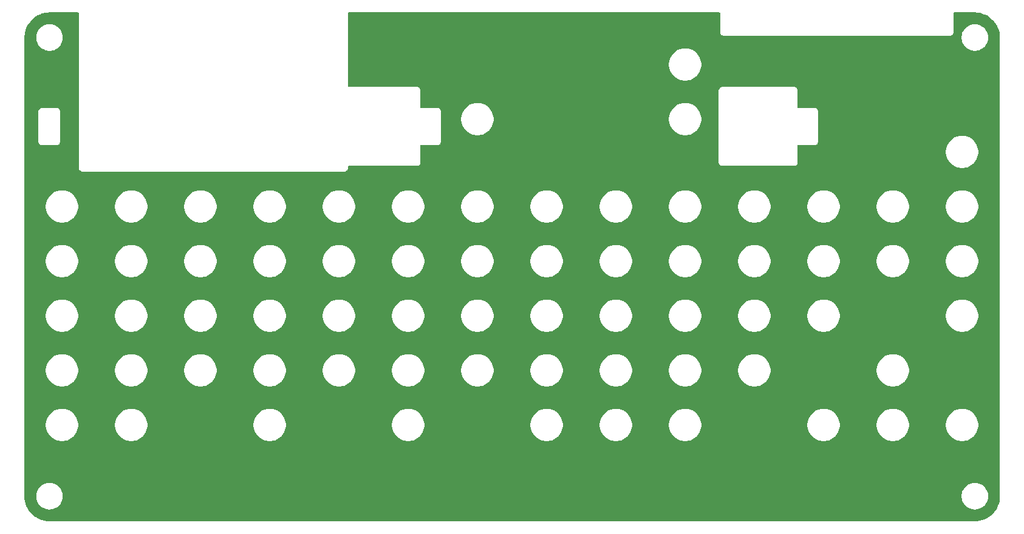
<source format=gbl>
G04 #@! TF.GenerationSoftware,KiCad,Pcbnew,8.0.5*
G04 #@! TF.CreationDate,2025-01-01T12:19:42+09:00*
G04 #@! TF.ProjectId,NERD-HPC_CASE_F,4e455244-2d48-4504-935f-434153455f46,rev?*
G04 #@! TF.SameCoordinates,Original*
G04 #@! TF.FileFunction,Copper,L2,Bot*
G04 #@! TF.FilePolarity,Positive*
%FSLAX46Y46*%
G04 Gerber Fmt 4.6, Leading zero omitted, Abs format (unit mm)*
G04 Created by KiCad (PCBNEW 8.0.5) date 2025-01-01 12:19:42*
%MOMM*%
%LPD*%
G01*
G04 APERTURE LIST*
G04 APERTURE END LIST*
G04 #@! TA.AperFunction,NonConductor*
G36*
X78042539Y-60520185D02*
G01*
X78088294Y-60572989D01*
X78099500Y-60624500D01*
X78099500Y-82265891D01*
X78133608Y-82393187D01*
X78166554Y-82450250D01*
X78199500Y-82507314D01*
X78292686Y-82600500D01*
X78406814Y-82666392D01*
X78534108Y-82700500D01*
X78534110Y-82700500D01*
X115165890Y-82700500D01*
X115165892Y-82700500D01*
X115293186Y-82666392D01*
X115407314Y-82600500D01*
X115500500Y-82507314D01*
X115566392Y-82393186D01*
X115600500Y-82265892D01*
X115600500Y-82024500D01*
X115620185Y-81957461D01*
X115672989Y-81911706D01*
X115724500Y-81900500D01*
X125265890Y-81900500D01*
X125265892Y-81900500D01*
X125393186Y-81866392D01*
X125507314Y-81800500D01*
X125600500Y-81707314D01*
X125666392Y-81593186D01*
X125700500Y-81465892D01*
X125700500Y-79094107D01*
X125720185Y-79027068D01*
X125772989Y-78981313D01*
X125842147Y-78971369D01*
X125856594Y-78974332D01*
X125856810Y-78974390D01*
X125856814Y-78974392D01*
X125984108Y-79008500D01*
X125984111Y-79008500D01*
X128115890Y-79008500D01*
X128115892Y-79008500D01*
X128243186Y-78974392D01*
X128357314Y-78908500D01*
X128450500Y-78815314D01*
X128516392Y-78701186D01*
X128550500Y-78573892D01*
X128550500Y-75244486D01*
X131403500Y-75244486D01*
X131403500Y-75539513D01*
X131435571Y-75783113D01*
X131442007Y-75831993D01*
X131442008Y-75831995D01*
X131518361Y-76116951D01*
X131518364Y-76116961D01*
X131631254Y-76389500D01*
X131631258Y-76389510D01*
X131778761Y-76644993D01*
X131958352Y-76879040D01*
X131958358Y-76879047D01*
X132166952Y-77087641D01*
X132166959Y-77087647D01*
X132401006Y-77267238D01*
X132656489Y-77414741D01*
X132656490Y-77414741D01*
X132656493Y-77414743D01*
X132929048Y-77527639D01*
X133214007Y-77603993D01*
X133506494Y-77642500D01*
X133506501Y-77642500D01*
X133801499Y-77642500D01*
X133801506Y-77642500D01*
X134093993Y-77603993D01*
X134378952Y-77527639D01*
X134651507Y-77414743D01*
X134906994Y-77267238D01*
X135141042Y-77087646D01*
X135349646Y-76879042D01*
X135529238Y-76644994D01*
X135676743Y-76389507D01*
X135789639Y-76116952D01*
X135865993Y-75831993D01*
X135904500Y-75539506D01*
X135904500Y-75244494D01*
X135904499Y-75244486D01*
X160359500Y-75244486D01*
X160359500Y-75539513D01*
X160391571Y-75783113D01*
X160398007Y-75831993D01*
X160398008Y-75831995D01*
X160474361Y-76116951D01*
X160474364Y-76116961D01*
X160587254Y-76389500D01*
X160587258Y-76389510D01*
X160734761Y-76644993D01*
X160914352Y-76879040D01*
X160914358Y-76879047D01*
X161122952Y-77087641D01*
X161122959Y-77087647D01*
X161357006Y-77267238D01*
X161612489Y-77414741D01*
X161612490Y-77414741D01*
X161612493Y-77414743D01*
X161885048Y-77527639D01*
X162170007Y-77603993D01*
X162462494Y-77642500D01*
X162462501Y-77642500D01*
X162757499Y-77642500D01*
X162757506Y-77642500D01*
X163049993Y-77603993D01*
X163334952Y-77527639D01*
X163607507Y-77414743D01*
X163862994Y-77267238D01*
X164097042Y-77087646D01*
X164305646Y-76879042D01*
X164485238Y-76644994D01*
X164632743Y-76389507D01*
X164745639Y-76116952D01*
X164821993Y-75831993D01*
X164860500Y-75539506D01*
X164860500Y-75244494D01*
X164821993Y-74952007D01*
X164745639Y-74667048D01*
X164632743Y-74394493D01*
X164485238Y-74139006D01*
X164305646Y-73904958D01*
X164305641Y-73904952D01*
X164097047Y-73696358D01*
X164097040Y-73696352D01*
X163862993Y-73516761D01*
X163607510Y-73369258D01*
X163607500Y-73369254D01*
X163334961Y-73256364D01*
X163334954Y-73256362D01*
X163334952Y-73256361D01*
X163049993Y-73180007D01*
X163001113Y-73173571D01*
X162757513Y-73141500D01*
X162757506Y-73141500D01*
X162462494Y-73141500D01*
X162462486Y-73141500D01*
X162184085Y-73178153D01*
X162170007Y-73180007D01*
X161885048Y-73256361D01*
X161885038Y-73256364D01*
X161612499Y-73369254D01*
X161612489Y-73369258D01*
X161357006Y-73516761D01*
X161122959Y-73696352D01*
X161122952Y-73696358D01*
X160914358Y-73904952D01*
X160914352Y-73904959D01*
X160734761Y-74139006D01*
X160587258Y-74394489D01*
X160587254Y-74394499D01*
X160474364Y-74667038D01*
X160474361Y-74667048D01*
X160398008Y-74952004D01*
X160398006Y-74952015D01*
X160359500Y-75244486D01*
X135904499Y-75244486D01*
X135865993Y-74952007D01*
X135789639Y-74667048D01*
X135676743Y-74394493D01*
X135529238Y-74139006D01*
X135349646Y-73904958D01*
X135349641Y-73904952D01*
X135141047Y-73696358D01*
X135141040Y-73696352D01*
X134906993Y-73516761D01*
X134651510Y-73369258D01*
X134651500Y-73369254D01*
X134378961Y-73256364D01*
X134378954Y-73256362D01*
X134378952Y-73256361D01*
X134093993Y-73180007D01*
X134045113Y-73173571D01*
X133801513Y-73141500D01*
X133801506Y-73141500D01*
X133506494Y-73141500D01*
X133506486Y-73141500D01*
X133228085Y-73178153D01*
X133214007Y-73180007D01*
X132929048Y-73256361D01*
X132929038Y-73256364D01*
X132656499Y-73369254D01*
X132656489Y-73369258D01*
X132401006Y-73516761D01*
X132166959Y-73696352D01*
X132166952Y-73696358D01*
X131958358Y-73904952D01*
X131958352Y-73904959D01*
X131778761Y-74139006D01*
X131631258Y-74394489D01*
X131631254Y-74394499D01*
X131518364Y-74667038D01*
X131518361Y-74667048D01*
X131442008Y-74952004D01*
X131442006Y-74952015D01*
X131403500Y-75244486D01*
X128550500Y-75244486D01*
X128550500Y-74242108D01*
X128516392Y-74114814D01*
X128450500Y-74000686D01*
X128357314Y-73907500D01*
X128300250Y-73874554D01*
X128243187Y-73841608D01*
X128179539Y-73824554D01*
X128115892Y-73807500D01*
X126115892Y-73807500D01*
X125984108Y-73807500D01*
X125856593Y-73841667D01*
X125786743Y-73840004D01*
X125728881Y-73800841D01*
X125701377Y-73736612D01*
X125700500Y-73721892D01*
X125700500Y-71334110D01*
X125700500Y-71334108D01*
X167299500Y-71334108D01*
X167299500Y-81465891D01*
X167333608Y-81593187D01*
X167357234Y-81634108D01*
X167399500Y-81707314D01*
X167492686Y-81800500D01*
X167606814Y-81866392D01*
X167734108Y-81900500D01*
X167734110Y-81900500D01*
X177843890Y-81900500D01*
X177843892Y-81900500D01*
X177971186Y-81866392D01*
X178085314Y-81800500D01*
X178178500Y-81707314D01*
X178244392Y-81593186D01*
X178278500Y-81465892D01*
X178278500Y-79816486D01*
X198967500Y-79816486D01*
X198967500Y-80111513D01*
X198999571Y-80355113D01*
X199006007Y-80403993D01*
X199006008Y-80403995D01*
X199082361Y-80688951D01*
X199082364Y-80688961D01*
X199195254Y-80961500D01*
X199195258Y-80961510D01*
X199342761Y-81216993D01*
X199522352Y-81451040D01*
X199522358Y-81451047D01*
X199730952Y-81659641D01*
X199730959Y-81659647D01*
X199965006Y-81839238D01*
X200220489Y-81986741D01*
X200220490Y-81986741D01*
X200220493Y-81986743D01*
X200493048Y-82099639D01*
X200778007Y-82175993D01*
X201070494Y-82214500D01*
X201070501Y-82214500D01*
X201365499Y-82214500D01*
X201365506Y-82214500D01*
X201657993Y-82175993D01*
X201942952Y-82099639D01*
X202215507Y-81986743D01*
X202470994Y-81839238D01*
X202705042Y-81659646D01*
X202913646Y-81451042D01*
X203093238Y-81216994D01*
X203240743Y-80961507D01*
X203353639Y-80688952D01*
X203429993Y-80403993D01*
X203468500Y-80111506D01*
X203468500Y-79816494D01*
X203429993Y-79524007D01*
X203353639Y-79239048D01*
X203240743Y-78966493D01*
X203153459Y-78815313D01*
X203093238Y-78711006D01*
X202913647Y-78476959D01*
X202913641Y-78476952D01*
X202705047Y-78268358D01*
X202705040Y-78268352D01*
X202470993Y-78088761D01*
X202215510Y-77941258D01*
X202215500Y-77941254D01*
X201942961Y-77828364D01*
X201942954Y-77828362D01*
X201942952Y-77828361D01*
X201657993Y-77752007D01*
X201609113Y-77745571D01*
X201365513Y-77713500D01*
X201365506Y-77713500D01*
X201070494Y-77713500D01*
X201070486Y-77713500D01*
X200792085Y-77750153D01*
X200778007Y-77752007D01*
X200493048Y-77828361D01*
X200493038Y-77828364D01*
X200220499Y-77941254D01*
X200220489Y-77941258D01*
X199965006Y-78088761D01*
X199730959Y-78268352D01*
X199730952Y-78268358D01*
X199522358Y-78476952D01*
X199522352Y-78476959D01*
X199342761Y-78711006D01*
X199195258Y-78966489D01*
X199195254Y-78966499D01*
X199082364Y-79239038D01*
X199082361Y-79239048D01*
X199006008Y-79524004D01*
X199006006Y-79524015D01*
X198967500Y-79816486D01*
X178278500Y-79816486D01*
X178278500Y-79094107D01*
X178298185Y-79027068D01*
X178350989Y-78981313D01*
X178420147Y-78971369D01*
X178434594Y-78974332D01*
X178434810Y-78974390D01*
X178434814Y-78974392D01*
X178562108Y-79008500D01*
X178562111Y-79008500D01*
X180693890Y-79008500D01*
X180693892Y-79008500D01*
X180821186Y-78974392D01*
X180935314Y-78908500D01*
X181028500Y-78815314D01*
X181094392Y-78701186D01*
X181128500Y-78573892D01*
X181128500Y-74242108D01*
X181094392Y-74114814D01*
X181028500Y-74000686D01*
X180935314Y-73907500D01*
X180878250Y-73874554D01*
X180821187Y-73841608D01*
X180757539Y-73824554D01*
X180693892Y-73807500D01*
X178693892Y-73807500D01*
X178562108Y-73807500D01*
X178434593Y-73841667D01*
X178364743Y-73840004D01*
X178306881Y-73800841D01*
X178279377Y-73736612D01*
X178278500Y-73721892D01*
X178278500Y-71334110D01*
X178278500Y-71334108D01*
X178244392Y-71206814D01*
X178178500Y-71092686D01*
X178085314Y-70999500D01*
X178028250Y-70966554D01*
X177971187Y-70933608D01*
X177907539Y-70916554D01*
X177843892Y-70899500D01*
X167865892Y-70899500D01*
X167734108Y-70899500D01*
X167606812Y-70933608D01*
X167492686Y-70999500D01*
X167492683Y-70999502D01*
X167399502Y-71092683D01*
X167399500Y-71092686D01*
X167333608Y-71206812D01*
X167299500Y-71334108D01*
X125700500Y-71334108D01*
X125666392Y-71206814D01*
X125600500Y-71092686D01*
X125507314Y-70999500D01*
X125450250Y-70966554D01*
X125393187Y-70933608D01*
X125329539Y-70916554D01*
X125265892Y-70899500D01*
X125265891Y-70899500D01*
X115724500Y-70899500D01*
X115657461Y-70879815D01*
X115611706Y-70827011D01*
X115600500Y-70775500D01*
X115600500Y-67624486D01*
X160359500Y-67624486D01*
X160359500Y-67919513D01*
X160391571Y-68163113D01*
X160398007Y-68211993D01*
X160398008Y-68211995D01*
X160474361Y-68496951D01*
X160474364Y-68496961D01*
X160587254Y-68769500D01*
X160587258Y-68769510D01*
X160734761Y-69024993D01*
X160914352Y-69259040D01*
X160914358Y-69259047D01*
X161122952Y-69467641D01*
X161122959Y-69467647D01*
X161357006Y-69647238D01*
X161612489Y-69794741D01*
X161612490Y-69794741D01*
X161612493Y-69794743D01*
X161885048Y-69907639D01*
X162170007Y-69983993D01*
X162462494Y-70022500D01*
X162462501Y-70022500D01*
X162757499Y-70022500D01*
X162757506Y-70022500D01*
X163049993Y-69983993D01*
X163334952Y-69907639D01*
X163607507Y-69794743D01*
X163862994Y-69647238D01*
X164097042Y-69467646D01*
X164305646Y-69259042D01*
X164485238Y-69024994D01*
X164632743Y-68769507D01*
X164745639Y-68496952D01*
X164821993Y-68211993D01*
X164860500Y-67919506D01*
X164860500Y-67624494D01*
X164821993Y-67332007D01*
X164745639Y-67047048D01*
X164632743Y-66774493D01*
X164485238Y-66519006D01*
X164305646Y-66284958D01*
X164305641Y-66284952D01*
X164097047Y-66076358D01*
X164097040Y-66076352D01*
X163862993Y-65896761D01*
X163607510Y-65749258D01*
X163607500Y-65749254D01*
X163334961Y-65636364D01*
X163334954Y-65636362D01*
X163334952Y-65636361D01*
X163049993Y-65560007D01*
X163001113Y-65553571D01*
X162757513Y-65521500D01*
X162757506Y-65521500D01*
X162462494Y-65521500D01*
X162462486Y-65521500D01*
X162184085Y-65558153D01*
X162170007Y-65560007D01*
X161885048Y-65636361D01*
X161885038Y-65636364D01*
X161612499Y-65749254D01*
X161612489Y-65749258D01*
X161357006Y-65896761D01*
X161122959Y-66076352D01*
X161122952Y-66076358D01*
X160914358Y-66284952D01*
X160914352Y-66284959D01*
X160734761Y-66519006D01*
X160587258Y-66774489D01*
X160587254Y-66774499D01*
X160474364Y-67047038D01*
X160474361Y-67047048D01*
X160398008Y-67332004D01*
X160398006Y-67332015D01*
X160359500Y-67624486D01*
X115600500Y-67624486D01*
X115600500Y-63878711D01*
X201149500Y-63878711D01*
X201149500Y-64121288D01*
X201181161Y-64361785D01*
X201243947Y-64596104D01*
X201336773Y-64820205D01*
X201336776Y-64820212D01*
X201458064Y-65030289D01*
X201458066Y-65030292D01*
X201458067Y-65030293D01*
X201605733Y-65222736D01*
X201605739Y-65222743D01*
X201777256Y-65394260D01*
X201777262Y-65394265D01*
X201969711Y-65541936D01*
X202179788Y-65663224D01*
X202375269Y-65744195D01*
X202387490Y-65749257D01*
X202403900Y-65756054D01*
X202638211Y-65818838D01*
X202818586Y-65842584D01*
X202878711Y-65850500D01*
X202878712Y-65850500D01*
X203121289Y-65850500D01*
X203169388Y-65844167D01*
X203361789Y-65818838D01*
X203596100Y-65756054D01*
X203820212Y-65663224D01*
X204030289Y-65541936D01*
X204222738Y-65394265D01*
X204394265Y-65222738D01*
X204541936Y-65030289D01*
X204663224Y-64820212D01*
X204756054Y-64596100D01*
X204818838Y-64361789D01*
X204850500Y-64121288D01*
X204850500Y-63878712D01*
X204818838Y-63638211D01*
X204756054Y-63403900D01*
X204663224Y-63179788D01*
X204541936Y-62969711D01*
X204394265Y-62777262D01*
X204394260Y-62777256D01*
X204222743Y-62605739D01*
X204222736Y-62605733D01*
X204030293Y-62458067D01*
X204030292Y-62458066D01*
X204030289Y-62458064D01*
X203820212Y-62336776D01*
X203820205Y-62336773D01*
X203596104Y-62243947D01*
X203361785Y-62181161D01*
X203121289Y-62149500D01*
X203121288Y-62149500D01*
X202878712Y-62149500D01*
X202878711Y-62149500D01*
X202638214Y-62181161D01*
X202403895Y-62243947D01*
X202179794Y-62336773D01*
X202179785Y-62336777D01*
X201969706Y-62458067D01*
X201777263Y-62605733D01*
X201777256Y-62605739D01*
X201605739Y-62777256D01*
X201605733Y-62777263D01*
X201458067Y-62969706D01*
X201336777Y-63179785D01*
X201336773Y-63179794D01*
X201243947Y-63403895D01*
X201181161Y-63638214D01*
X201149500Y-63878711D01*
X115600500Y-63878711D01*
X115600500Y-60624500D01*
X115620185Y-60557461D01*
X115672989Y-60511706D01*
X115724500Y-60500500D01*
X167375500Y-60500500D01*
X167442539Y-60520185D01*
X167488294Y-60572989D01*
X167499500Y-60624500D01*
X167499500Y-63184108D01*
X167499500Y-63315892D01*
X167516554Y-63379539D01*
X167533608Y-63443187D01*
X167566554Y-63500250D01*
X167599500Y-63557314D01*
X167692686Y-63650500D01*
X167806814Y-63716392D01*
X167934108Y-63750500D01*
X167934110Y-63750500D01*
X199565890Y-63750500D01*
X199565892Y-63750500D01*
X199693186Y-63716392D01*
X199807314Y-63650500D01*
X199900500Y-63557314D01*
X199966392Y-63443186D01*
X200000500Y-63315892D01*
X200000500Y-60624500D01*
X200020185Y-60557461D01*
X200072989Y-60511706D01*
X200124500Y-60500500D01*
X202934108Y-60500500D01*
X202996949Y-60500500D01*
X203003032Y-60500648D01*
X203336929Y-60517052D01*
X203349037Y-60518245D01*
X203362116Y-60520185D01*
X203676699Y-60566849D01*
X203688617Y-60569219D01*
X204009951Y-60649709D01*
X204021588Y-60653240D01*
X204092806Y-60678722D01*
X204333467Y-60764832D01*
X204344688Y-60769479D01*
X204644163Y-60911120D01*
X204654871Y-60916844D01*
X204938988Y-61087137D01*
X204949106Y-61093897D01*
X205215170Y-61291224D01*
X205224576Y-61298944D01*
X205470013Y-61521395D01*
X205478604Y-61529986D01*
X205665755Y-61736475D01*
X205701055Y-61775423D01*
X205708775Y-61784829D01*
X205906102Y-62050893D01*
X205912862Y-62061011D01*
X206078149Y-62336777D01*
X206083148Y-62345116D01*
X206088883Y-62355844D01*
X206137229Y-62458064D01*
X206230514Y-62655297D01*
X206235170Y-62666540D01*
X206346759Y-62978411D01*
X206350292Y-62990055D01*
X206430777Y-63311369D01*
X206433151Y-63323305D01*
X206481754Y-63650962D01*
X206482947Y-63663071D01*
X206499351Y-63996966D01*
X206499500Y-64003051D01*
X206499500Y-127996948D01*
X206499351Y-128003033D01*
X206482947Y-128336928D01*
X206481754Y-128349037D01*
X206433151Y-128676694D01*
X206430777Y-128688630D01*
X206350292Y-129009944D01*
X206346759Y-129021588D01*
X206235170Y-129333459D01*
X206230514Y-129344702D01*
X206088885Y-129644151D01*
X206083148Y-129654883D01*
X205912862Y-129938988D01*
X205906102Y-129949106D01*
X205708775Y-130215170D01*
X205701055Y-130224576D01*
X205478611Y-130470006D01*
X205470006Y-130478611D01*
X205224576Y-130701055D01*
X205215170Y-130708775D01*
X204949106Y-130906102D01*
X204938988Y-130912862D01*
X204654883Y-131083148D01*
X204644151Y-131088885D01*
X204344702Y-131230514D01*
X204333459Y-131235170D01*
X204021588Y-131346759D01*
X204009944Y-131350292D01*
X203688630Y-131430777D01*
X203676694Y-131433151D01*
X203349037Y-131481754D01*
X203336928Y-131482947D01*
X203021989Y-131498419D01*
X203003031Y-131499351D01*
X202996949Y-131499500D01*
X74003051Y-131499500D01*
X73996968Y-131499351D01*
X73976900Y-131498365D01*
X73663071Y-131482947D01*
X73650962Y-131481754D01*
X73323305Y-131433151D01*
X73311369Y-131430777D01*
X72990055Y-131350292D01*
X72978411Y-131346759D01*
X72666540Y-131235170D01*
X72655301Y-131230515D01*
X72355844Y-131088883D01*
X72345121Y-131083150D01*
X72061011Y-130912862D01*
X72050893Y-130906102D01*
X71784829Y-130708775D01*
X71775423Y-130701055D01*
X71736475Y-130665755D01*
X71529986Y-130478604D01*
X71521395Y-130470013D01*
X71298944Y-130224576D01*
X71291224Y-130215170D01*
X71093897Y-129949106D01*
X71087137Y-129938988D01*
X70916844Y-129654871D01*
X70911120Y-129644163D01*
X70769479Y-129344688D01*
X70764829Y-129333459D01*
X70725212Y-129222738D01*
X70692902Y-129132438D01*
X70653240Y-129021588D01*
X70649707Y-129009944D01*
X70640958Y-128975015D01*
X70569219Y-128688617D01*
X70566848Y-128676694D01*
X70518245Y-128349037D01*
X70517052Y-128336927D01*
X70500649Y-128003032D01*
X70500500Y-127996948D01*
X70500500Y-127878711D01*
X72149500Y-127878711D01*
X72149500Y-128121288D01*
X72181161Y-128361785D01*
X72243947Y-128596104D01*
X72282273Y-128688630D01*
X72336776Y-128820212D01*
X72458064Y-129030289D01*
X72458066Y-129030292D01*
X72458067Y-129030293D01*
X72605733Y-129222736D01*
X72605739Y-129222743D01*
X72777256Y-129394260D01*
X72777262Y-129394265D01*
X72969711Y-129541936D01*
X73179788Y-129663224D01*
X73403900Y-129756054D01*
X73638211Y-129818838D01*
X73818586Y-129842584D01*
X73878711Y-129850500D01*
X73878712Y-129850500D01*
X74121289Y-129850500D01*
X74169388Y-129844167D01*
X74361789Y-129818838D01*
X74596100Y-129756054D01*
X74820212Y-129663224D01*
X75030289Y-129541936D01*
X75222738Y-129394265D01*
X75394265Y-129222738D01*
X75541936Y-129030289D01*
X75663224Y-128820212D01*
X75756054Y-128596100D01*
X75818838Y-128361789D01*
X75850500Y-128121288D01*
X75850500Y-127878712D01*
X75850500Y-127878711D01*
X201149500Y-127878711D01*
X201149500Y-128121288D01*
X201181161Y-128361785D01*
X201243947Y-128596104D01*
X201282273Y-128688630D01*
X201336776Y-128820212D01*
X201458064Y-129030289D01*
X201458066Y-129030292D01*
X201458067Y-129030293D01*
X201605733Y-129222736D01*
X201605739Y-129222743D01*
X201777256Y-129394260D01*
X201777262Y-129394265D01*
X201969711Y-129541936D01*
X202179788Y-129663224D01*
X202403900Y-129756054D01*
X202638211Y-129818838D01*
X202818586Y-129842584D01*
X202878711Y-129850500D01*
X202878712Y-129850500D01*
X203121289Y-129850500D01*
X203169388Y-129844167D01*
X203361789Y-129818838D01*
X203596100Y-129756054D01*
X203820212Y-129663224D01*
X204030289Y-129541936D01*
X204222738Y-129394265D01*
X204394265Y-129222738D01*
X204541936Y-129030289D01*
X204663224Y-128820212D01*
X204756054Y-128596100D01*
X204818838Y-128361789D01*
X204850500Y-128121288D01*
X204850500Y-127878712D01*
X204818838Y-127638211D01*
X204756054Y-127403900D01*
X204663224Y-127179788D01*
X204541936Y-126969711D01*
X204394265Y-126777262D01*
X204394260Y-126777256D01*
X204222743Y-126605739D01*
X204222736Y-126605733D01*
X204030293Y-126458067D01*
X204030292Y-126458066D01*
X204030289Y-126458064D01*
X203820212Y-126336776D01*
X203820205Y-126336773D01*
X203596104Y-126243947D01*
X203361785Y-126181161D01*
X203121289Y-126149500D01*
X203121288Y-126149500D01*
X202878712Y-126149500D01*
X202878711Y-126149500D01*
X202638214Y-126181161D01*
X202403895Y-126243947D01*
X202179794Y-126336773D01*
X202179785Y-126336777D01*
X201969706Y-126458067D01*
X201777263Y-126605733D01*
X201777256Y-126605739D01*
X201605739Y-126777256D01*
X201605733Y-126777263D01*
X201458067Y-126969706D01*
X201336777Y-127179785D01*
X201336773Y-127179794D01*
X201243947Y-127403895D01*
X201181161Y-127638214D01*
X201149500Y-127878711D01*
X75850500Y-127878711D01*
X75818838Y-127638211D01*
X75756054Y-127403900D01*
X75663224Y-127179788D01*
X75541936Y-126969711D01*
X75394265Y-126777262D01*
X75394260Y-126777256D01*
X75222743Y-126605739D01*
X75222736Y-126605733D01*
X75030293Y-126458067D01*
X75030292Y-126458066D01*
X75030289Y-126458064D01*
X74820212Y-126336776D01*
X74820205Y-126336773D01*
X74596104Y-126243947D01*
X74361785Y-126181161D01*
X74121289Y-126149500D01*
X74121288Y-126149500D01*
X73878712Y-126149500D01*
X73878711Y-126149500D01*
X73638214Y-126181161D01*
X73403895Y-126243947D01*
X73179794Y-126336773D01*
X73179785Y-126336777D01*
X72969706Y-126458067D01*
X72777263Y-126605733D01*
X72777256Y-126605739D01*
X72605739Y-126777256D01*
X72605733Y-126777263D01*
X72458067Y-126969706D01*
X72336777Y-127179785D01*
X72336773Y-127179794D01*
X72243947Y-127403895D01*
X72181161Y-127638214D01*
X72149500Y-127878711D01*
X70500500Y-127878711D01*
X70500500Y-117916486D01*
X73491500Y-117916486D01*
X73491500Y-118211513D01*
X73523571Y-118455113D01*
X73530007Y-118503993D01*
X73530008Y-118503995D01*
X73606361Y-118788951D01*
X73606364Y-118788961D01*
X73719254Y-119061500D01*
X73719258Y-119061510D01*
X73866761Y-119316993D01*
X74046352Y-119551040D01*
X74046358Y-119551047D01*
X74254952Y-119759641D01*
X74254959Y-119759647D01*
X74489006Y-119939238D01*
X74744489Y-120086741D01*
X74744490Y-120086741D01*
X74744493Y-120086743D01*
X75017048Y-120199639D01*
X75302007Y-120275993D01*
X75594494Y-120314500D01*
X75594501Y-120314500D01*
X75889499Y-120314500D01*
X75889506Y-120314500D01*
X76181993Y-120275993D01*
X76466952Y-120199639D01*
X76739507Y-120086743D01*
X76994994Y-119939238D01*
X77229042Y-119759646D01*
X77437646Y-119551042D01*
X77617238Y-119316994D01*
X77764743Y-119061507D01*
X77877639Y-118788952D01*
X77953993Y-118503993D01*
X77992500Y-118211506D01*
X77992500Y-117916494D01*
X77992499Y-117916486D01*
X83143500Y-117916486D01*
X83143500Y-118211513D01*
X83175571Y-118455113D01*
X83182007Y-118503993D01*
X83182008Y-118503995D01*
X83258361Y-118788951D01*
X83258364Y-118788961D01*
X83371254Y-119061500D01*
X83371258Y-119061510D01*
X83518761Y-119316993D01*
X83698352Y-119551040D01*
X83698358Y-119551047D01*
X83906952Y-119759641D01*
X83906959Y-119759647D01*
X84141006Y-119939238D01*
X84396489Y-120086741D01*
X84396490Y-120086741D01*
X84396493Y-120086743D01*
X84669048Y-120199639D01*
X84954007Y-120275993D01*
X85246494Y-120314500D01*
X85246501Y-120314500D01*
X85541499Y-120314500D01*
X85541506Y-120314500D01*
X85833993Y-120275993D01*
X86118952Y-120199639D01*
X86391507Y-120086743D01*
X86646994Y-119939238D01*
X86881042Y-119759646D01*
X87089646Y-119551042D01*
X87269238Y-119316994D01*
X87416743Y-119061507D01*
X87529639Y-118788952D01*
X87605993Y-118503993D01*
X87644500Y-118211506D01*
X87644500Y-117916494D01*
X87644499Y-117916486D01*
X102447500Y-117916486D01*
X102447500Y-118211513D01*
X102479571Y-118455113D01*
X102486007Y-118503993D01*
X102486008Y-118503995D01*
X102562361Y-118788951D01*
X102562364Y-118788961D01*
X102675254Y-119061500D01*
X102675258Y-119061510D01*
X102822761Y-119316993D01*
X103002352Y-119551040D01*
X103002358Y-119551047D01*
X103210952Y-119759641D01*
X103210959Y-119759647D01*
X103445006Y-119939238D01*
X103700489Y-120086741D01*
X103700490Y-120086741D01*
X103700493Y-120086743D01*
X103973048Y-120199639D01*
X104258007Y-120275993D01*
X104550494Y-120314500D01*
X104550501Y-120314500D01*
X104845499Y-120314500D01*
X104845506Y-120314500D01*
X105137993Y-120275993D01*
X105422952Y-120199639D01*
X105695507Y-120086743D01*
X105950994Y-119939238D01*
X106185042Y-119759646D01*
X106393646Y-119551042D01*
X106573238Y-119316994D01*
X106720743Y-119061507D01*
X106833639Y-118788952D01*
X106909993Y-118503993D01*
X106948500Y-118211506D01*
X106948500Y-117916494D01*
X106948499Y-117916486D01*
X121751500Y-117916486D01*
X121751500Y-118211513D01*
X121783571Y-118455113D01*
X121790007Y-118503993D01*
X121790008Y-118503995D01*
X121866361Y-118788951D01*
X121866364Y-118788961D01*
X121979254Y-119061500D01*
X121979258Y-119061510D01*
X122126761Y-119316993D01*
X122306352Y-119551040D01*
X122306358Y-119551047D01*
X122514952Y-119759641D01*
X122514959Y-119759647D01*
X122749006Y-119939238D01*
X123004489Y-120086741D01*
X123004490Y-120086741D01*
X123004493Y-120086743D01*
X123277048Y-120199639D01*
X123562007Y-120275993D01*
X123854494Y-120314500D01*
X123854501Y-120314500D01*
X124149499Y-120314500D01*
X124149506Y-120314500D01*
X124441993Y-120275993D01*
X124726952Y-120199639D01*
X124999507Y-120086743D01*
X125254994Y-119939238D01*
X125489042Y-119759646D01*
X125697646Y-119551042D01*
X125877238Y-119316994D01*
X126024743Y-119061507D01*
X126137639Y-118788952D01*
X126213993Y-118503993D01*
X126252500Y-118211506D01*
X126252500Y-117916494D01*
X126252499Y-117916486D01*
X141055500Y-117916486D01*
X141055500Y-118211513D01*
X141087571Y-118455113D01*
X141094007Y-118503993D01*
X141094008Y-118503995D01*
X141170361Y-118788951D01*
X141170364Y-118788961D01*
X141283254Y-119061500D01*
X141283258Y-119061510D01*
X141430761Y-119316993D01*
X141610352Y-119551040D01*
X141610358Y-119551047D01*
X141818952Y-119759641D01*
X141818959Y-119759647D01*
X142053006Y-119939238D01*
X142308489Y-120086741D01*
X142308490Y-120086741D01*
X142308493Y-120086743D01*
X142581048Y-120199639D01*
X142866007Y-120275993D01*
X143158494Y-120314500D01*
X143158501Y-120314500D01*
X143453499Y-120314500D01*
X143453506Y-120314500D01*
X143745993Y-120275993D01*
X144030952Y-120199639D01*
X144303507Y-120086743D01*
X144558994Y-119939238D01*
X144793042Y-119759646D01*
X145001646Y-119551042D01*
X145181238Y-119316994D01*
X145328743Y-119061507D01*
X145441639Y-118788952D01*
X145517993Y-118503993D01*
X145556500Y-118211506D01*
X145556500Y-117916494D01*
X145556499Y-117916486D01*
X150707500Y-117916486D01*
X150707500Y-118211513D01*
X150739571Y-118455113D01*
X150746007Y-118503993D01*
X150746008Y-118503995D01*
X150822361Y-118788951D01*
X150822364Y-118788961D01*
X150935254Y-119061500D01*
X150935258Y-119061510D01*
X151082761Y-119316993D01*
X151262352Y-119551040D01*
X151262358Y-119551047D01*
X151470952Y-119759641D01*
X151470959Y-119759647D01*
X151705006Y-119939238D01*
X151960489Y-120086741D01*
X151960490Y-120086741D01*
X151960493Y-120086743D01*
X152233048Y-120199639D01*
X152518007Y-120275993D01*
X152810494Y-120314500D01*
X152810501Y-120314500D01*
X153105499Y-120314500D01*
X153105506Y-120314500D01*
X153397993Y-120275993D01*
X153682952Y-120199639D01*
X153955507Y-120086743D01*
X154210994Y-119939238D01*
X154445042Y-119759646D01*
X154653646Y-119551042D01*
X154833238Y-119316994D01*
X154980743Y-119061507D01*
X155093639Y-118788952D01*
X155169993Y-118503993D01*
X155208500Y-118211506D01*
X155208500Y-117916494D01*
X155208499Y-117916486D01*
X160359500Y-117916486D01*
X160359500Y-118211513D01*
X160391571Y-118455113D01*
X160398007Y-118503993D01*
X160398008Y-118503995D01*
X160474361Y-118788951D01*
X160474364Y-118788961D01*
X160587254Y-119061500D01*
X160587258Y-119061510D01*
X160734761Y-119316993D01*
X160914352Y-119551040D01*
X160914358Y-119551047D01*
X161122952Y-119759641D01*
X161122959Y-119759647D01*
X161357006Y-119939238D01*
X161612489Y-120086741D01*
X161612490Y-120086741D01*
X161612493Y-120086743D01*
X161885048Y-120199639D01*
X162170007Y-120275993D01*
X162462494Y-120314500D01*
X162462501Y-120314500D01*
X162757499Y-120314500D01*
X162757506Y-120314500D01*
X163049993Y-120275993D01*
X163334952Y-120199639D01*
X163607507Y-120086743D01*
X163862994Y-119939238D01*
X164097042Y-119759646D01*
X164305646Y-119551042D01*
X164485238Y-119316994D01*
X164632743Y-119061507D01*
X164745639Y-118788952D01*
X164821993Y-118503993D01*
X164860500Y-118211506D01*
X164860500Y-117916494D01*
X164860499Y-117916486D01*
X179663500Y-117916486D01*
X179663500Y-118211513D01*
X179695571Y-118455113D01*
X179702007Y-118503993D01*
X179702008Y-118503995D01*
X179778361Y-118788951D01*
X179778364Y-118788961D01*
X179891254Y-119061500D01*
X179891258Y-119061510D01*
X180038761Y-119316993D01*
X180218352Y-119551040D01*
X180218358Y-119551047D01*
X180426952Y-119759641D01*
X180426959Y-119759647D01*
X180661006Y-119939238D01*
X180916489Y-120086741D01*
X180916490Y-120086741D01*
X180916493Y-120086743D01*
X181189048Y-120199639D01*
X181474007Y-120275993D01*
X181766494Y-120314500D01*
X181766501Y-120314500D01*
X182061499Y-120314500D01*
X182061506Y-120314500D01*
X182353993Y-120275993D01*
X182638952Y-120199639D01*
X182911507Y-120086743D01*
X183166994Y-119939238D01*
X183401042Y-119759646D01*
X183609646Y-119551042D01*
X183789238Y-119316994D01*
X183936743Y-119061507D01*
X184049639Y-118788952D01*
X184125993Y-118503993D01*
X184164500Y-118211506D01*
X184164500Y-117916494D01*
X184164499Y-117916486D01*
X189315500Y-117916486D01*
X189315500Y-118211513D01*
X189347571Y-118455113D01*
X189354007Y-118503993D01*
X189354008Y-118503995D01*
X189430361Y-118788951D01*
X189430364Y-118788961D01*
X189543254Y-119061500D01*
X189543258Y-119061510D01*
X189690761Y-119316993D01*
X189870352Y-119551040D01*
X189870358Y-119551047D01*
X190078952Y-119759641D01*
X190078959Y-119759647D01*
X190313006Y-119939238D01*
X190568489Y-120086741D01*
X190568490Y-120086741D01*
X190568493Y-120086743D01*
X190841048Y-120199639D01*
X191126007Y-120275993D01*
X191418494Y-120314500D01*
X191418501Y-120314500D01*
X191713499Y-120314500D01*
X191713506Y-120314500D01*
X192005993Y-120275993D01*
X192290952Y-120199639D01*
X192563507Y-120086743D01*
X192818994Y-119939238D01*
X193053042Y-119759646D01*
X193261646Y-119551042D01*
X193441238Y-119316994D01*
X193588743Y-119061507D01*
X193701639Y-118788952D01*
X193777993Y-118503993D01*
X193816500Y-118211506D01*
X193816500Y-117916494D01*
X193816499Y-117916486D01*
X198967500Y-117916486D01*
X198967500Y-118211513D01*
X198999571Y-118455113D01*
X199006007Y-118503993D01*
X199006008Y-118503995D01*
X199082361Y-118788951D01*
X199082364Y-118788961D01*
X199195254Y-119061500D01*
X199195258Y-119061510D01*
X199342761Y-119316993D01*
X199522352Y-119551040D01*
X199522358Y-119551047D01*
X199730952Y-119759641D01*
X199730959Y-119759647D01*
X199965006Y-119939238D01*
X200220489Y-120086741D01*
X200220490Y-120086741D01*
X200220493Y-120086743D01*
X200493048Y-120199639D01*
X200778007Y-120275993D01*
X201070494Y-120314500D01*
X201070501Y-120314500D01*
X201365499Y-120314500D01*
X201365506Y-120314500D01*
X201657993Y-120275993D01*
X201942952Y-120199639D01*
X202215507Y-120086743D01*
X202470994Y-119939238D01*
X202705042Y-119759646D01*
X202913646Y-119551042D01*
X203093238Y-119316994D01*
X203240743Y-119061507D01*
X203353639Y-118788952D01*
X203429993Y-118503993D01*
X203468500Y-118211506D01*
X203468500Y-117916494D01*
X203429993Y-117624007D01*
X203353639Y-117339048D01*
X203240743Y-117066493D01*
X203093238Y-116811006D01*
X202913646Y-116576958D01*
X202913641Y-116576952D01*
X202705047Y-116368358D01*
X202705040Y-116368352D01*
X202470993Y-116188761D01*
X202215510Y-116041258D01*
X202215500Y-116041254D01*
X201942961Y-115928364D01*
X201942954Y-115928362D01*
X201942952Y-115928361D01*
X201657993Y-115852007D01*
X201609113Y-115845571D01*
X201365513Y-115813500D01*
X201365506Y-115813500D01*
X201070494Y-115813500D01*
X201070486Y-115813500D01*
X200792085Y-115850153D01*
X200778007Y-115852007D01*
X200493048Y-115928361D01*
X200493038Y-115928364D01*
X200220499Y-116041254D01*
X200220489Y-116041258D01*
X199965006Y-116188761D01*
X199730959Y-116368352D01*
X199730952Y-116368358D01*
X199522358Y-116576952D01*
X199522352Y-116576959D01*
X199342761Y-116811006D01*
X199195258Y-117066489D01*
X199195254Y-117066499D01*
X199082364Y-117339038D01*
X199082361Y-117339048D01*
X199006008Y-117624004D01*
X199006006Y-117624015D01*
X198967500Y-117916486D01*
X193816499Y-117916486D01*
X193777993Y-117624007D01*
X193701639Y-117339048D01*
X193588743Y-117066493D01*
X193441238Y-116811006D01*
X193261646Y-116576958D01*
X193261641Y-116576952D01*
X193053047Y-116368358D01*
X193053040Y-116368352D01*
X192818993Y-116188761D01*
X192563510Y-116041258D01*
X192563500Y-116041254D01*
X192290961Y-115928364D01*
X192290954Y-115928362D01*
X192290952Y-115928361D01*
X192005993Y-115852007D01*
X191957113Y-115845571D01*
X191713513Y-115813500D01*
X191713506Y-115813500D01*
X191418494Y-115813500D01*
X191418486Y-115813500D01*
X191140085Y-115850153D01*
X191126007Y-115852007D01*
X190841048Y-115928361D01*
X190841038Y-115928364D01*
X190568499Y-116041254D01*
X190568489Y-116041258D01*
X190313006Y-116188761D01*
X190078959Y-116368352D01*
X190078952Y-116368358D01*
X189870358Y-116576952D01*
X189870352Y-116576959D01*
X189690761Y-116811006D01*
X189543258Y-117066489D01*
X189543254Y-117066499D01*
X189430364Y-117339038D01*
X189430361Y-117339048D01*
X189354008Y-117624004D01*
X189354006Y-117624015D01*
X189315500Y-117916486D01*
X184164499Y-117916486D01*
X184125993Y-117624007D01*
X184049639Y-117339048D01*
X183936743Y-117066493D01*
X183789238Y-116811006D01*
X183609646Y-116576958D01*
X183609641Y-116576952D01*
X183401047Y-116368358D01*
X183401040Y-116368352D01*
X183166993Y-116188761D01*
X182911510Y-116041258D01*
X182911500Y-116041254D01*
X182638961Y-115928364D01*
X182638954Y-115928362D01*
X182638952Y-115928361D01*
X182353993Y-115852007D01*
X182305113Y-115845571D01*
X182061513Y-115813500D01*
X182061506Y-115813500D01*
X181766494Y-115813500D01*
X181766486Y-115813500D01*
X181488085Y-115850153D01*
X181474007Y-115852007D01*
X181189048Y-115928361D01*
X181189038Y-115928364D01*
X180916499Y-116041254D01*
X180916489Y-116041258D01*
X180661006Y-116188761D01*
X180426959Y-116368352D01*
X180426952Y-116368358D01*
X180218358Y-116576952D01*
X180218352Y-116576959D01*
X180038761Y-116811006D01*
X179891258Y-117066489D01*
X179891254Y-117066499D01*
X179778364Y-117339038D01*
X179778361Y-117339048D01*
X179702008Y-117624004D01*
X179702006Y-117624015D01*
X179663500Y-117916486D01*
X164860499Y-117916486D01*
X164821993Y-117624007D01*
X164745639Y-117339048D01*
X164632743Y-117066493D01*
X164485238Y-116811006D01*
X164305646Y-116576958D01*
X164305641Y-116576952D01*
X164097047Y-116368358D01*
X164097040Y-116368352D01*
X163862993Y-116188761D01*
X163607510Y-116041258D01*
X163607500Y-116041254D01*
X163334961Y-115928364D01*
X163334954Y-115928362D01*
X163334952Y-115928361D01*
X163049993Y-115852007D01*
X163001113Y-115845571D01*
X162757513Y-115813500D01*
X162757506Y-115813500D01*
X162462494Y-115813500D01*
X162462486Y-115813500D01*
X162184085Y-115850153D01*
X162170007Y-115852007D01*
X161885048Y-115928361D01*
X161885038Y-115928364D01*
X161612499Y-116041254D01*
X161612489Y-116041258D01*
X161357006Y-116188761D01*
X161122959Y-116368352D01*
X161122952Y-116368358D01*
X160914358Y-116576952D01*
X160914352Y-116576959D01*
X160734761Y-116811006D01*
X160587258Y-117066489D01*
X160587254Y-117066499D01*
X160474364Y-117339038D01*
X160474361Y-117339048D01*
X160398008Y-117624004D01*
X160398006Y-117624015D01*
X160359500Y-117916486D01*
X155208499Y-117916486D01*
X155169993Y-117624007D01*
X155093639Y-117339048D01*
X154980743Y-117066493D01*
X154833238Y-116811006D01*
X154653646Y-116576958D01*
X154653641Y-116576952D01*
X154445047Y-116368358D01*
X154445040Y-116368352D01*
X154210993Y-116188761D01*
X153955510Y-116041258D01*
X153955500Y-116041254D01*
X153682961Y-115928364D01*
X153682954Y-115928362D01*
X153682952Y-115928361D01*
X153397993Y-115852007D01*
X153349113Y-115845571D01*
X153105513Y-115813500D01*
X153105506Y-115813500D01*
X152810494Y-115813500D01*
X152810486Y-115813500D01*
X152532085Y-115850153D01*
X152518007Y-115852007D01*
X152233048Y-115928361D01*
X152233038Y-115928364D01*
X151960499Y-116041254D01*
X151960489Y-116041258D01*
X151705006Y-116188761D01*
X151470959Y-116368352D01*
X151470952Y-116368358D01*
X151262358Y-116576952D01*
X151262352Y-116576959D01*
X151082761Y-116811006D01*
X150935258Y-117066489D01*
X150935254Y-117066499D01*
X150822364Y-117339038D01*
X150822361Y-117339048D01*
X150746008Y-117624004D01*
X150746006Y-117624015D01*
X150707500Y-117916486D01*
X145556499Y-117916486D01*
X145517993Y-117624007D01*
X145441639Y-117339048D01*
X145328743Y-117066493D01*
X145181238Y-116811006D01*
X145001646Y-116576958D01*
X145001641Y-116576952D01*
X144793047Y-116368358D01*
X144793040Y-116368352D01*
X144558993Y-116188761D01*
X144303510Y-116041258D01*
X144303500Y-116041254D01*
X144030961Y-115928364D01*
X144030954Y-115928362D01*
X144030952Y-115928361D01*
X143745993Y-115852007D01*
X143697113Y-115845571D01*
X143453513Y-115813500D01*
X143453506Y-115813500D01*
X143158494Y-115813500D01*
X143158486Y-115813500D01*
X142880085Y-115850153D01*
X142866007Y-115852007D01*
X142581048Y-115928361D01*
X142581038Y-115928364D01*
X142308499Y-116041254D01*
X142308489Y-116041258D01*
X142053006Y-116188761D01*
X141818959Y-116368352D01*
X141818952Y-116368358D01*
X141610358Y-116576952D01*
X141610352Y-116576959D01*
X141430761Y-116811006D01*
X141283258Y-117066489D01*
X141283254Y-117066499D01*
X141170364Y-117339038D01*
X141170361Y-117339048D01*
X141094008Y-117624004D01*
X141094006Y-117624015D01*
X141055500Y-117916486D01*
X126252499Y-117916486D01*
X126213993Y-117624007D01*
X126137639Y-117339048D01*
X126024743Y-117066493D01*
X125877238Y-116811006D01*
X125697646Y-116576958D01*
X125697641Y-116576952D01*
X125489047Y-116368358D01*
X125489040Y-116368352D01*
X125254993Y-116188761D01*
X124999510Y-116041258D01*
X124999500Y-116041254D01*
X124726961Y-115928364D01*
X124726954Y-115928362D01*
X124726952Y-115928361D01*
X124441993Y-115852007D01*
X124393113Y-115845571D01*
X124149513Y-115813500D01*
X124149506Y-115813500D01*
X123854494Y-115813500D01*
X123854486Y-115813500D01*
X123576085Y-115850153D01*
X123562007Y-115852007D01*
X123277048Y-115928361D01*
X123277038Y-115928364D01*
X123004499Y-116041254D01*
X123004489Y-116041258D01*
X122749006Y-116188761D01*
X122514959Y-116368352D01*
X122514952Y-116368358D01*
X122306358Y-116576952D01*
X122306352Y-116576959D01*
X122126761Y-116811006D01*
X121979258Y-117066489D01*
X121979254Y-117066499D01*
X121866364Y-117339038D01*
X121866361Y-117339048D01*
X121790008Y-117624004D01*
X121790006Y-117624015D01*
X121751500Y-117916486D01*
X106948499Y-117916486D01*
X106909993Y-117624007D01*
X106833639Y-117339048D01*
X106720743Y-117066493D01*
X106573238Y-116811006D01*
X106393646Y-116576958D01*
X106393641Y-116576952D01*
X106185047Y-116368358D01*
X106185040Y-116368352D01*
X105950993Y-116188761D01*
X105695510Y-116041258D01*
X105695500Y-116041254D01*
X105422961Y-115928364D01*
X105422954Y-115928362D01*
X105422952Y-115928361D01*
X105137993Y-115852007D01*
X105089113Y-115845571D01*
X104845513Y-115813500D01*
X104845506Y-115813500D01*
X104550494Y-115813500D01*
X104550486Y-115813500D01*
X104272085Y-115850153D01*
X104258007Y-115852007D01*
X103973048Y-115928361D01*
X103973038Y-115928364D01*
X103700499Y-116041254D01*
X103700489Y-116041258D01*
X103445006Y-116188761D01*
X103210959Y-116368352D01*
X103210952Y-116368358D01*
X103002358Y-116576952D01*
X103002352Y-116576959D01*
X102822761Y-116811006D01*
X102675258Y-117066489D01*
X102675254Y-117066499D01*
X102562364Y-117339038D01*
X102562361Y-117339048D01*
X102486008Y-117624004D01*
X102486006Y-117624015D01*
X102447500Y-117916486D01*
X87644499Y-117916486D01*
X87605993Y-117624007D01*
X87529639Y-117339048D01*
X87416743Y-117066493D01*
X87269238Y-116811006D01*
X87089646Y-116576958D01*
X87089641Y-116576952D01*
X86881047Y-116368358D01*
X86881040Y-116368352D01*
X86646993Y-116188761D01*
X86391510Y-116041258D01*
X86391500Y-116041254D01*
X86118961Y-115928364D01*
X86118954Y-115928362D01*
X86118952Y-115928361D01*
X85833993Y-115852007D01*
X85785113Y-115845571D01*
X85541513Y-115813500D01*
X85541506Y-115813500D01*
X85246494Y-115813500D01*
X85246486Y-115813500D01*
X84968085Y-115850153D01*
X84954007Y-115852007D01*
X84669048Y-115928361D01*
X84669038Y-115928364D01*
X84396499Y-116041254D01*
X84396489Y-116041258D01*
X84141006Y-116188761D01*
X83906959Y-116368352D01*
X83906952Y-116368358D01*
X83698358Y-116576952D01*
X83698352Y-116576959D01*
X83518761Y-116811006D01*
X83371258Y-117066489D01*
X83371254Y-117066499D01*
X83258364Y-117339038D01*
X83258361Y-117339048D01*
X83182008Y-117624004D01*
X83182006Y-117624015D01*
X83143500Y-117916486D01*
X77992499Y-117916486D01*
X77953993Y-117624007D01*
X77877639Y-117339048D01*
X77764743Y-117066493D01*
X77617238Y-116811006D01*
X77437646Y-116576958D01*
X77437641Y-116576952D01*
X77229047Y-116368358D01*
X77229040Y-116368352D01*
X76994993Y-116188761D01*
X76739510Y-116041258D01*
X76739500Y-116041254D01*
X76466961Y-115928364D01*
X76466954Y-115928362D01*
X76466952Y-115928361D01*
X76181993Y-115852007D01*
X76133113Y-115845571D01*
X75889513Y-115813500D01*
X75889506Y-115813500D01*
X75594494Y-115813500D01*
X75594486Y-115813500D01*
X75316085Y-115850153D01*
X75302007Y-115852007D01*
X75017048Y-115928361D01*
X75017038Y-115928364D01*
X74744499Y-116041254D01*
X74744489Y-116041258D01*
X74489006Y-116188761D01*
X74254959Y-116368352D01*
X74254952Y-116368358D01*
X74046358Y-116576952D01*
X74046352Y-116576959D01*
X73866761Y-116811006D01*
X73719258Y-117066489D01*
X73719254Y-117066499D01*
X73606364Y-117339038D01*
X73606361Y-117339048D01*
X73530008Y-117624004D01*
X73530006Y-117624015D01*
X73491500Y-117916486D01*
X70500500Y-117916486D01*
X70500500Y-110296486D01*
X73491500Y-110296486D01*
X73491500Y-110591513D01*
X73523571Y-110835113D01*
X73530007Y-110883993D01*
X73530008Y-110883995D01*
X73606361Y-111168951D01*
X73606364Y-111168961D01*
X73719254Y-111441500D01*
X73719258Y-111441510D01*
X73866761Y-111696993D01*
X74046352Y-111931040D01*
X74046358Y-111931047D01*
X74254952Y-112139641D01*
X74254959Y-112139647D01*
X74489006Y-112319238D01*
X74744489Y-112466741D01*
X74744490Y-112466741D01*
X74744493Y-112466743D01*
X75017048Y-112579639D01*
X75302007Y-112655993D01*
X75594494Y-112694500D01*
X75594501Y-112694500D01*
X75889499Y-112694500D01*
X75889506Y-112694500D01*
X76181993Y-112655993D01*
X76466952Y-112579639D01*
X76739507Y-112466743D01*
X76994994Y-112319238D01*
X77229042Y-112139646D01*
X77437646Y-111931042D01*
X77617238Y-111696994D01*
X77764743Y-111441507D01*
X77877639Y-111168952D01*
X77953993Y-110883993D01*
X77992500Y-110591506D01*
X77992500Y-110296494D01*
X77992499Y-110296486D01*
X83143500Y-110296486D01*
X83143500Y-110591513D01*
X83175571Y-110835113D01*
X83182007Y-110883993D01*
X83182008Y-110883995D01*
X83258361Y-111168951D01*
X83258364Y-111168961D01*
X83371254Y-111441500D01*
X83371258Y-111441510D01*
X83518761Y-111696993D01*
X83698352Y-111931040D01*
X83698358Y-111931047D01*
X83906952Y-112139641D01*
X83906959Y-112139647D01*
X84141006Y-112319238D01*
X84396489Y-112466741D01*
X84396490Y-112466741D01*
X84396493Y-112466743D01*
X84669048Y-112579639D01*
X84954007Y-112655993D01*
X85246494Y-112694500D01*
X85246501Y-112694500D01*
X85541499Y-112694500D01*
X85541506Y-112694500D01*
X85833993Y-112655993D01*
X86118952Y-112579639D01*
X86391507Y-112466743D01*
X86646994Y-112319238D01*
X86881042Y-112139646D01*
X87089646Y-111931042D01*
X87269238Y-111696994D01*
X87416743Y-111441507D01*
X87529639Y-111168952D01*
X87605993Y-110883993D01*
X87644500Y-110591506D01*
X87644500Y-110296494D01*
X87644499Y-110296486D01*
X92795500Y-110296486D01*
X92795500Y-110591513D01*
X92827571Y-110835113D01*
X92834007Y-110883993D01*
X92834008Y-110883995D01*
X92910361Y-111168951D01*
X92910364Y-111168961D01*
X93023254Y-111441500D01*
X93023258Y-111441510D01*
X93170761Y-111696993D01*
X93350352Y-111931040D01*
X93350358Y-111931047D01*
X93558952Y-112139641D01*
X93558959Y-112139647D01*
X93793006Y-112319238D01*
X94048489Y-112466741D01*
X94048490Y-112466741D01*
X94048493Y-112466743D01*
X94321048Y-112579639D01*
X94606007Y-112655993D01*
X94898494Y-112694500D01*
X94898501Y-112694500D01*
X95193499Y-112694500D01*
X95193506Y-112694500D01*
X95485993Y-112655993D01*
X95770952Y-112579639D01*
X96043507Y-112466743D01*
X96298994Y-112319238D01*
X96533042Y-112139646D01*
X96741646Y-111931042D01*
X96921238Y-111696994D01*
X97068743Y-111441507D01*
X97181639Y-111168952D01*
X97257993Y-110883993D01*
X97296500Y-110591506D01*
X97296500Y-110296494D01*
X97296499Y-110296486D01*
X102447500Y-110296486D01*
X102447500Y-110591513D01*
X102479571Y-110835113D01*
X102486007Y-110883993D01*
X102486008Y-110883995D01*
X102562361Y-111168951D01*
X102562364Y-111168961D01*
X102675254Y-111441500D01*
X102675258Y-111441510D01*
X102822761Y-111696993D01*
X103002352Y-111931040D01*
X103002358Y-111931047D01*
X103210952Y-112139641D01*
X103210959Y-112139647D01*
X103445006Y-112319238D01*
X103700489Y-112466741D01*
X103700490Y-112466741D01*
X103700493Y-112466743D01*
X103973048Y-112579639D01*
X104258007Y-112655993D01*
X104550494Y-112694500D01*
X104550501Y-112694500D01*
X104845499Y-112694500D01*
X104845506Y-112694500D01*
X105137993Y-112655993D01*
X105422952Y-112579639D01*
X105695507Y-112466743D01*
X105950994Y-112319238D01*
X106185042Y-112139646D01*
X106393646Y-111931042D01*
X106573238Y-111696994D01*
X106720743Y-111441507D01*
X106833639Y-111168952D01*
X106909993Y-110883993D01*
X106948500Y-110591506D01*
X106948500Y-110296494D01*
X106948499Y-110296486D01*
X112099500Y-110296486D01*
X112099500Y-110591513D01*
X112131571Y-110835113D01*
X112138007Y-110883993D01*
X112138008Y-110883995D01*
X112214361Y-111168951D01*
X112214364Y-111168961D01*
X112327254Y-111441500D01*
X112327258Y-111441510D01*
X112474761Y-111696993D01*
X112654352Y-111931040D01*
X112654358Y-111931047D01*
X112862952Y-112139641D01*
X112862959Y-112139647D01*
X113097006Y-112319238D01*
X113352489Y-112466741D01*
X113352490Y-112466741D01*
X113352493Y-112466743D01*
X113625048Y-112579639D01*
X113910007Y-112655993D01*
X114202494Y-112694500D01*
X114202501Y-112694500D01*
X114497499Y-112694500D01*
X114497506Y-112694500D01*
X114789993Y-112655993D01*
X115074952Y-112579639D01*
X115347507Y-112466743D01*
X115602994Y-112319238D01*
X115837042Y-112139646D01*
X116045646Y-111931042D01*
X116225238Y-111696994D01*
X116372743Y-111441507D01*
X116485639Y-111168952D01*
X116561993Y-110883993D01*
X116600500Y-110591506D01*
X116600500Y-110296494D01*
X116600499Y-110296486D01*
X121751500Y-110296486D01*
X121751500Y-110591513D01*
X121783571Y-110835113D01*
X121790007Y-110883993D01*
X121790008Y-110883995D01*
X121866361Y-111168951D01*
X121866364Y-111168961D01*
X121979254Y-111441500D01*
X121979258Y-111441510D01*
X122126761Y-111696993D01*
X122306352Y-111931040D01*
X122306358Y-111931047D01*
X122514952Y-112139641D01*
X122514959Y-112139647D01*
X122749006Y-112319238D01*
X123004489Y-112466741D01*
X123004490Y-112466741D01*
X123004493Y-112466743D01*
X123277048Y-112579639D01*
X123562007Y-112655993D01*
X123854494Y-112694500D01*
X123854501Y-112694500D01*
X124149499Y-112694500D01*
X124149506Y-112694500D01*
X124441993Y-112655993D01*
X124726952Y-112579639D01*
X124999507Y-112466743D01*
X125254994Y-112319238D01*
X125489042Y-112139646D01*
X125697646Y-111931042D01*
X125877238Y-111696994D01*
X126024743Y-111441507D01*
X126137639Y-111168952D01*
X126213993Y-110883993D01*
X126252500Y-110591506D01*
X126252500Y-110296494D01*
X126252499Y-110296486D01*
X131403500Y-110296486D01*
X131403500Y-110591513D01*
X131435571Y-110835113D01*
X131442007Y-110883993D01*
X131442008Y-110883995D01*
X131518361Y-111168951D01*
X131518364Y-111168961D01*
X131631254Y-111441500D01*
X131631258Y-111441510D01*
X131778761Y-111696993D01*
X131958352Y-111931040D01*
X131958358Y-111931047D01*
X132166952Y-112139641D01*
X132166959Y-112139647D01*
X132401006Y-112319238D01*
X132656489Y-112466741D01*
X132656490Y-112466741D01*
X132656493Y-112466743D01*
X132929048Y-112579639D01*
X133214007Y-112655993D01*
X133506494Y-112694500D01*
X133506501Y-112694500D01*
X133801499Y-112694500D01*
X133801506Y-112694500D01*
X134093993Y-112655993D01*
X134378952Y-112579639D01*
X134651507Y-112466743D01*
X134906994Y-112319238D01*
X135141042Y-112139646D01*
X135349646Y-111931042D01*
X135529238Y-111696994D01*
X135676743Y-111441507D01*
X135789639Y-111168952D01*
X135865993Y-110883993D01*
X135904500Y-110591506D01*
X135904500Y-110296494D01*
X135904499Y-110296486D01*
X141055500Y-110296486D01*
X141055500Y-110591513D01*
X141087571Y-110835113D01*
X141094007Y-110883993D01*
X141094008Y-110883995D01*
X141170361Y-111168951D01*
X141170364Y-111168961D01*
X141283254Y-111441500D01*
X141283258Y-111441510D01*
X141430761Y-111696993D01*
X141610352Y-111931040D01*
X141610358Y-111931047D01*
X141818952Y-112139641D01*
X141818959Y-112139647D01*
X142053006Y-112319238D01*
X142308489Y-112466741D01*
X142308490Y-112466741D01*
X142308493Y-112466743D01*
X142581048Y-112579639D01*
X142866007Y-112655993D01*
X143158494Y-112694500D01*
X143158501Y-112694500D01*
X143453499Y-112694500D01*
X143453506Y-112694500D01*
X143745993Y-112655993D01*
X144030952Y-112579639D01*
X144303507Y-112466743D01*
X144558994Y-112319238D01*
X144793042Y-112139646D01*
X145001646Y-111931042D01*
X145181238Y-111696994D01*
X145328743Y-111441507D01*
X145441639Y-111168952D01*
X145517993Y-110883993D01*
X145556500Y-110591506D01*
X145556500Y-110296494D01*
X145556499Y-110296486D01*
X150707500Y-110296486D01*
X150707500Y-110591513D01*
X150739571Y-110835113D01*
X150746007Y-110883993D01*
X150746008Y-110883995D01*
X150822361Y-111168951D01*
X150822364Y-111168961D01*
X150935254Y-111441500D01*
X150935258Y-111441510D01*
X151082761Y-111696993D01*
X151262352Y-111931040D01*
X151262358Y-111931047D01*
X151470952Y-112139641D01*
X151470959Y-112139647D01*
X151705006Y-112319238D01*
X151960489Y-112466741D01*
X151960490Y-112466741D01*
X151960493Y-112466743D01*
X152233048Y-112579639D01*
X152518007Y-112655993D01*
X152810494Y-112694500D01*
X152810501Y-112694500D01*
X153105499Y-112694500D01*
X153105506Y-112694500D01*
X153397993Y-112655993D01*
X153682952Y-112579639D01*
X153955507Y-112466743D01*
X154210994Y-112319238D01*
X154445042Y-112139646D01*
X154653646Y-111931042D01*
X154833238Y-111696994D01*
X154980743Y-111441507D01*
X155093639Y-111168952D01*
X155169993Y-110883993D01*
X155208500Y-110591506D01*
X155208500Y-110296494D01*
X155208499Y-110296486D01*
X160359500Y-110296486D01*
X160359500Y-110591513D01*
X160391571Y-110835113D01*
X160398007Y-110883993D01*
X160398008Y-110883995D01*
X160474361Y-111168951D01*
X160474364Y-111168961D01*
X160587254Y-111441500D01*
X160587258Y-111441510D01*
X160734761Y-111696993D01*
X160914352Y-111931040D01*
X160914358Y-111931047D01*
X161122952Y-112139641D01*
X161122959Y-112139647D01*
X161357006Y-112319238D01*
X161612489Y-112466741D01*
X161612490Y-112466741D01*
X161612493Y-112466743D01*
X161885048Y-112579639D01*
X162170007Y-112655993D01*
X162462494Y-112694500D01*
X162462501Y-112694500D01*
X162757499Y-112694500D01*
X162757506Y-112694500D01*
X163049993Y-112655993D01*
X163334952Y-112579639D01*
X163607507Y-112466743D01*
X163862994Y-112319238D01*
X164097042Y-112139646D01*
X164305646Y-111931042D01*
X164485238Y-111696994D01*
X164632743Y-111441507D01*
X164745639Y-111168952D01*
X164821993Y-110883993D01*
X164860500Y-110591506D01*
X164860500Y-110296494D01*
X164860499Y-110296486D01*
X170011500Y-110296486D01*
X170011500Y-110591513D01*
X170043571Y-110835113D01*
X170050007Y-110883993D01*
X170050008Y-110883995D01*
X170126361Y-111168951D01*
X170126364Y-111168961D01*
X170239254Y-111441500D01*
X170239258Y-111441510D01*
X170386761Y-111696993D01*
X170566352Y-111931040D01*
X170566358Y-111931047D01*
X170774952Y-112139641D01*
X170774959Y-112139647D01*
X171009006Y-112319238D01*
X171264489Y-112466741D01*
X171264490Y-112466741D01*
X171264493Y-112466743D01*
X171537048Y-112579639D01*
X171822007Y-112655993D01*
X172114494Y-112694500D01*
X172114501Y-112694500D01*
X172409499Y-112694500D01*
X172409506Y-112694500D01*
X172701993Y-112655993D01*
X172986952Y-112579639D01*
X173259507Y-112466743D01*
X173514994Y-112319238D01*
X173749042Y-112139646D01*
X173957646Y-111931042D01*
X174137238Y-111696994D01*
X174284743Y-111441507D01*
X174397639Y-111168952D01*
X174473993Y-110883993D01*
X174512500Y-110591506D01*
X174512500Y-110296494D01*
X174512499Y-110296486D01*
X189315500Y-110296486D01*
X189315500Y-110591513D01*
X189347571Y-110835113D01*
X189354007Y-110883993D01*
X189354008Y-110883995D01*
X189430361Y-111168951D01*
X189430364Y-111168961D01*
X189543254Y-111441500D01*
X189543258Y-111441510D01*
X189690761Y-111696993D01*
X189870352Y-111931040D01*
X189870358Y-111931047D01*
X190078952Y-112139641D01*
X190078959Y-112139647D01*
X190313006Y-112319238D01*
X190568489Y-112466741D01*
X190568490Y-112466741D01*
X190568493Y-112466743D01*
X190841048Y-112579639D01*
X191126007Y-112655993D01*
X191418494Y-112694500D01*
X191418501Y-112694500D01*
X191713499Y-112694500D01*
X191713506Y-112694500D01*
X192005993Y-112655993D01*
X192290952Y-112579639D01*
X192563507Y-112466743D01*
X192818994Y-112319238D01*
X193053042Y-112139646D01*
X193261646Y-111931042D01*
X193441238Y-111696994D01*
X193588743Y-111441507D01*
X193701639Y-111168952D01*
X193777993Y-110883993D01*
X193816500Y-110591506D01*
X193816500Y-110296494D01*
X193777993Y-110004007D01*
X193701639Y-109719048D01*
X193588743Y-109446493D01*
X193441238Y-109191006D01*
X193261646Y-108956958D01*
X193261641Y-108956952D01*
X193053047Y-108748358D01*
X193053040Y-108748352D01*
X192818993Y-108568761D01*
X192563510Y-108421258D01*
X192563500Y-108421254D01*
X192290961Y-108308364D01*
X192290954Y-108308362D01*
X192290952Y-108308361D01*
X192005993Y-108232007D01*
X191957113Y-108225571D01*
X191713513Y-108193500D01*
X191713506Y-108193500D01*
X191418494Y-108193500D01*
X191418486Y-108193500D01*
X191140085Y-108230153D01*
X191126007Y-108232007D01*
X190841048Y-108308361D01*
X190841038Y-108308364D01*
X190568499Y-108421254D01*
X190568489Y-108421258D01*
X190313006Y-108568761D01*
X190078959Y-108748352D01*
X190078952Y-108748358D01*
X189870358Y-108956952D01*
X189870352Y-108956959D01*
X189690761Y-109191006D01*
X189543258Y-109446489D01*
X189543254Y-109446499D01*
X189430364Y-109719038D01*
X189430361Y-109719048D01*
X189354008Y-110004004D01*
X189354006Y-110004015D01*
X189315500Y-110296486D01*
X174512499Y-110296486D01*
X174473993Y-110004007D01*
X174397639Y-109719048D01*
X174284743Y-109446493D01*
X174137238Y-109191006D01*
X173957646Y-108956958D01*
X173957641Y-108956952D01*
X173749047Y-108748358D01*
X173749040Y-108748352D01*
X173514993Y-108568761D01*
X173259510Y-108421258D01*
X173259500Y-108421254D01*
X172986961Y-108308364D01*
X172986954Y-108308362D01*
X172986952Y-108308361D01*
X172701993Y-108232007D01*
X172653113Y-108225571D01*
X172409513Y-108193500D01*
X172409506Y-108193500D01*
X172114494Y-108193500D01*
X172114486Y-108193500D01*
X171836085Y-108230153D01*
X171822007Y-108232007D01*
X171537048Y-108308361D01*
X171537038Y-108308364D01*
X171264499Y-108421254D01*
X171264489Y-108421258D01*
X171009006Y-108568761D01*
X170774959Y-108748352D01*
X170774952Y-108748358D01*
X170566358Y-108956952D01*
X170566352Y-108956959D01*
X170386761Y-109191006D01*
X170239258Y-109446489D01*
X170239254Y-109446499D01*
X170126364Y-109719038D01*
X170126361Y-109719048D01*
X170050008Y-110004004D01*
X170050006Y-110004015D01*
X170011500Y-110296486D01*
X164860499Y-110296486D01*
X164821993Y-110004007D01*
X164745639Y-109719048D01*
X164632743Y-109446493D01*
X164485238Y-109191006D01*
X164305646Y-108956958D01*
X164305641Y-108956952D01*
X164097047Y-108748358D01*
X164097040Y-108748352D01*
X163862993Y-108568761D01*
X163607510Y-108421258D01*
X163607500Y-108421254D01*
X163334961Y-108308364D01*
X163334954Y-108308362D01*
X163334952Y-108308361D01*
X163049993Y-108232007D01*
X163001113Y-108225571D01*
X162757513Y-108193500D01*
X162757506Y-108193500D01*
X162462494Y-108193500D01*
X162462486Y-108193500D01*
X162184085Y-108230153D01*
X162170007Y-108232007D01*
X161885048Y-108308361D01*
X161885038Y-108308364D01*
X161612499Y-108421254D01*
X161612489Y-108421258D01*
X161357006Y-108568761D01*
X161122959Y-108748352D01*
X161122952Y-108748358D01*
X160914358Y-108956952D01*
X160914352Y-108956959D01*
X160734761Y-109191006D01*
X160587258Y-109446489D01*
X160587254Y-109446499D01*
X160474364Y-109719038D01*
X160474361Y-109719048D01*
X160398008Y-110004004D01*
X160398006Y-110004015D01*
X160359500Y-110296486D01*
X155208499Y-110296486D01*
X155169993Y-110004007D01*
X155093639Y-109719048D01*
X154980743Y-109446493D01*
X154833238Y-109191006D01*
X154653646Y-108956958D01*
X154653641Y-108956952D01*
X154445047Y-108748358D01*
X154445040Y-108748352D01*
X154210993Y-108568761D01*
X153955510Y-108421258D01*
X153955500Y-108421254D01*
X153682961Y-108308364D01*
X153682954Y-108308362D01*
X153682952Y-108308361D01*
X153397993Y-108232007D01*
X153349113Y-108225571D01*
X153105513Y-108193500D01*
X153105506Y-108193500D01*
X152810494Y-108193500D01*
X152810486Y-108193500D01*
X152532085Y-108230153D01*
X152518007Y-108232007D01*
X152233048Y-108308361D01*
X152233038Y-108308364D01*
X151960499Y-108421254D01*
X151960489Y-108421258D01*
X151705006Y-108568761D01*
X151470959Y-108748352D01*
X151470952Y-108748358D01*
X151262358Y-108956952D01*
X151262352Y-108956959D01*
X151082761Y-109191006D01*
X150935258Y-109446489D01*
X150935254Y-109446499D01*
X150822364Y-109719038D01*
X150822361Y-109719048D01*
X150746008Y-110004004D01*
X150746006Y-110004015D01*
X150707500Y-110296486D01*
X145556499Y-110296486D01*
X145517993Y-110004007D01*
X145441639Y-109719048D01*
X145328743Y-109446493D01*
X145181238Y-109191006D01*
X145001646Y-108956958D01*
X145001641Y-108956952D01*
X144793047Y-108748358D01*
X144793040Y-108748352D01*
X144558993Y-108568761D01*
X144303510Y-108421258D01*
X144303500Y-108421254D01*
X144030961Y-108308364D01*
X144030954Y-108308362D01*
X144030952Y-108308361D01*
X143745993Y-108232007D01*
X143697113Y-108225571D01*
X143453513Y-108193500D01*
X143453506Y-108193500D01*
X143158494Y-108193500D01*
X143158486Y-108193500D01*
X142880085Y-108230153D01*
X142866007Y-108232007D01*
X142581048Y-108308361D01*
X142581038Y-108308364D01*
X142308499Y-108421254D01*
X142308489Y-108421258D01*
X142053006Y-108568761D01*
X141818959Y-108748352D01*
X141818952Y-108748358D01*
X141610358Y-108956952D01*
X141610352Y-108956959D01*
X141430761Y-109191006D01*
X141283258Y-109446489D01*
X141283254Y-109446499D01*
X141170364Y-109719038D01*
X141170361Y-109719048D01*
X141094008Y-110004004D01*
X141094006Y-110004015D01*
X141055500Y-110296486D01*
X135904499Y-110296486D01*
X135865993Y-110004007D01*
X135789639Y-109719048D01*
X135676743Y-109446493D01*
X135529238Y-109191006D01*
X135349646Y-108956958D01*
X135349641Y-108956952D01*
X135141047Y-108748358D01*
X135141040Y-108748352D01*
X134906993Y-108568761D01*
X134651510Y-108421258D01*
X134651500Y-108421254D01*
X134378961Y-108308364D01*
X134378954Y-108308362D01*
X134378952Y-108308361D01*
X134093993Y-108232007D01*
X134045113Y-108225571D01*
X133801513Y-108193500D01*
X133801506Y-108193500D01*
X133506494Y-108193500D01*
X133506486Y-108193500D01*
X133228085Y-108230153D01*
X133214007Y-108232007D01*
X132929048Y-108308361D01*
X132929038Y-108308364D01*
X132656499Y-108421254D01*
X132656489Y-108421258D01*
X132401006Y-108568761D01*
X132166959Y-108748352D01*
X132166952Y-108748358D01*
X131958358Y-108956952D01*
X131958352Y-108956959D01*
X131778761Y-109191006D01*
X131631258Y-109446489D01*
X131631254Y-109446499D01*
X131518364Y-109719038D01*
X131518361Y-109719048D01*
X131442008Y-110004004D01*
X131442006Y-110004015D01*
X131403500Y-110296486D01*
X126252499Y-110296486D01*
X126213993Y-110004007D01*
X126137639Y-109719048D01*
X126024743Y-109446493D01*
X125877238Y-109191006D01*
X125697646Y-108956958D01*
X125697641Y-108956952D01*
X125489047Y-108748358D01*
X125489040Y-108748352D01*
X125254993Y-108568761D01*
X124999510Y-108421258D01*
X124999500Y-108421254D01*
X124726961Y-108308364D01*
X124726954Y-108308362D01*
X124726952Y-108308361D01*
X124441993Y-108232007D01*
X124393113Y-108225571D01*
X124149513Y-108193500D01*
X124149506Y-108193500D01*
X123854494Y-108193500D01*
X123854486Y-108193500D01*
X123576085Y-108230153D01*
X123562007Y-108232007D01*
X123277048Y-108308361D01*
X123277038Y-108308364D01*
X123004499Y-108421254D01*
X123004489Y-108421258D01*
X122749006Y-108568761D01*
X122514959Y-108748352D01*
X122514952Y-108748358D01*
X122306358Y-108956952D01*
X122306352Y-108956959D01*
X122126761Y-109191006D01*
X121979258Y-109446489D01*
X121979254Y-109446499D01*
X121866364Y-109719038D01*
X121866361Y-109719048D01*
X121790008Y-110004004D01*
X121790006Y-110004015D01*
X121751500Y-110296486D01*
X116600499Y-110296486D01*
X116561993Y-110004007D01*
X116485639Y-109719048D01*
X116372743Y-109446493D01*
X116225238Y-109191006D01*
X116045646Y-108956958D01*
X116045641Y-108956952D01*
X115837047Y-108748358D01*
X115837040Y-108748352D01*
X115602993Y-108568761D01*
X115347510Y-108421258D01*
X115347500Y-108421254D01*
X115074961Y-108308364D01*
X115074954Y-108308362D01*
X115074952Y-108308361D01*
X114789993Y-108232007D01*
X114741113Y-108225571D01*
X114497513Y-108193500D01*
X114497506Y-108193500D01*
X114202494Y-108193500D01*
X114202486Y-108193500D01*
X113924085Y-108230153D01*
X113910007Y-108232007D01*
X113625048Y-108308361D01*
X113625038Y-108308364D01*
X113352499Y-108421254D01*
X113352489Y-108421258D01*
X113097006Y-108568761D01*
X112862959Y-108748352D01*
X112862952Y-108748358D01*
X112654358Y-108956952D01*
X112654352Y-108956959D01*
X112474761Y-109191006D01*
X112327258Y-109446489D01*
X112327254Y-109446499D01*
X112214364Y-109719038D01*
X112214361Y-109719048D01*
X112138008Y-110004004D01*
X112138006Y-110004015D01*
X112099500Y-110296486D01*
X106948499Y-110296486D01*
X106909993Y-110004007D01*
X106833639Y-109719048D01*
X106720743Y-109446493D01*
X106573238Y-109191006D01*
X106393646Y-108956958D01*
X106393641Y-108956952D01*
X106185047Y-108748358D01*
X106185040Y-108748352D01*
X105950993Y-108568761D01*
X105695510Y-108421258D01*
X105695500Y-108421254D01*
X105422961Y-108308364D01*
X105422954Y-108308362D01*
X105422952Y-108308361D01*
X105137993Y-108232007D01*
X105089113Y-108225571D01*
X104845513Y-108193500D01*
X104845506Y-108193500D01*
X104550494Y-108193500D01*
X104550486Y-108193500D01*
X104272085Y-108230153D01*
X104258007Y-108232007D01*
X103973048Y-108308361D01*
X103973038Y-108308364D01*
X103700499Y-108421254D01*
X103700489Y-108421258D01*
X103445006Y-108568761D01*
X103210959Y-108748352D01*
X103210952Y-108748358D01*
X103002358Y-108956952D01*
X103002352Y-108956959D01*
X102822761Y-109191006D01*
X102675258Y-109446489D01*
X102675254Y-109446499D01*
X102562364Y-109719038D01*
X102562361Y-109719048D01*
X102486008Y-110004004D01*
X102486006Y-110004015D01*
X102447500Y-110296486D01*
X97296499Y-110296486D01*
X97257993Y-110004007D01*
X97181639Y-109719048D01*
X97068743Y-109446493D01*
X96921238Y-109191006D01*
X96741646Y-108956958D01*
X96741641Y-108956952D01*
X96533047Y-108748358D01*
X96533040Y-108748352D01*
X96298993Y-108568761D01*
X96043510Y-108421258D01*
X96043500Y-108421254D01*
X95770961Y-108308364D01*
X95770954Y-108308362D01*
X95770952Y-108308361D01*
X95485993Y-108232007D01*
X95437113Y-108225571D01*
X95193513Y-108193500D01*
X95193506Y-108193500D01*
X94898494Y-108193500D01*
X94898486Y-108193500D01*
X94620085Y-108230153D01*
X94606007Y-108232007D01*
X94321048Y-108308361D01*
X94321038Y-108308364D01*
X94048499Y-108421254D01*
X94048489Y-108421258D01*
X93793006Y-108568761D01*
X93558959Y-108748352D01*
X93558952Y-108748358D01*
X93350358Y-108956952D01*
X93350352Y-108956959D01*
X93170761Y-109191006D01*
X93023258Y-109446489D01*
X93023254Y-109446499D01*
X92910364Y-109719038D01*
X92910361Y-109719048D01*
X92834008Y-110004004D01*
X92834006Y-110004015D01*
X92795500Y-110296486D01*
X87644499Y-110296486D01*
X87605993Y-110004007D01*
X87529639Y-109719048D01*
X87416743Y-109446493D01*
X87269238Y-109191006D01*
X87089646Y-108956958D01*
X87089641Y-108956952D01*
X86881047Y-108748358D01*
X86881040Y-108748352D01*
X86646993Y-108568761D01*
X86391510Y-108421258D01*
X86391500Y-108421254D01*
X86118961Y-108308364D01*
X86118954Y-108308362D01*
X86118952Y-108308361D01*
X85833993Y-108232007D01*
X85785113Y-108225571D01*
X85541513Y-108193500D01*
X85541506Y-108193500D01*
X85246494Y-108193500D01*
X85246486Y-108193500D01*
X84968085Y-108230153D01*
X84954007Y-108232007D01*
X84669048Y-108308361D01*
X84669038Y-108308364D01*
X84396499Y-108421254D01*
X84396489Y-108421258D01*
X84141006Y-108568761D01*
X83906959Y-108748352D01*
X83906952Y-108748358D01*
X83698358Y-108956952D01*
X83698352Y-108956959D01*
X83518761Y-109191006D01*
X83371258Y-109446489D01*
X83371254Y-109446499D01*
X83258364Y-109719038D01*
X83258361Y-109719048D01*
X83182008Y-110004004D01*
X83182006Y-110004015D01*
X83143500Y-110296486D01*
X77992499Y-110296486D01*
X77953993Y-110004007D01*
X77877639Y-109719048D01*
X77764743Y-109446493D01*
X77617238Y-109191006D01*
X77437646Y-108956958D01*
X77437641Y-108956952D01*
X77229047Y-108748358D01*
X77229040Y-108748352D01*
X76994993Y-108568761D01*
X76739510Y-108421258D01*
X76739500Y-108421254D01*
X76466961Y-108308364D01*
X76466954Y-108308362D01*
X76466952Y-108308361D01*
X76181993Y-108232007D01*
X76133113Y-108225571D01*
X75889513Y-108193500D01*
X75889506Y-108193500D01*
X75594494Y-108193500D01*
X75594486Y-108193500D01*
X75316085Y-108230153D01*
X75302007Y-108232007D01*
X75017048Y-108308361D01*
X75017038Y-108308364D01*
X74744499Y-108421254D01*
X74744489Y-108421258D01*
X74489006Y-108568761D01*
X74254959Y-108748352D01*
X74254952Y-108748358D01*
X74046358Y-108956952D01*
X74046352Y-108956959D01*
X73866761Y-109191006D01*
X73719258Y-109446489D01*
X73719254Y-109446499D01*
X73606364Y-109719038D01*
X73606361Y-109719048D01*
X73530008Y-110004004D01*
X73530006Y-110004015D01*
X73491500Y-110296486D01*
X70500500Y-110296486D01*
X70500500Y-102676486D01*
X73491500Y-102676486D01*
X73491500Y-102971513D01*
X73523571Y-103215113D01*
X73530007Y-103263993D01*
X73530008Y-103263995D01*
X73606361Y-103548951D01*
X73606364Y-103548961D01*
X73719254Y-103821500D01*
X73719258Y-103821510D01*
X73866761Y-104076993D01*
X74046352Y-104311040D01*
X74046358Y-104311047D01*
X74254952Y-104519641D01*
X74254959Y-104519647D01*
X74489006Y-104699238D01*
X74744489Y-104846741D01*
X74744490Y-104846741D01*
X74744493Y-104846743D01*
X75017048Y-104959639D01*
X75302007Y-105035993D01*
X75594494Y-105074500D01*
X75594501Y-105074500D01*
X75889499Y-105074500D01*
X75889506Y-105074500D01*
X76181993Y-105035993D01*
X76466952Y-104959639D01*
X76739507Y-104846743D01*
X76994994Y-104699238D01*
X77229042Y-104519646D01*
X77437646Y-104311042D01*
X77617238Y-104076994D01*
X77764743Y-103821507D01*
X77877639Y-103548952D01*
X77953993Y-103263993D01*
X77992500Y-102971506D01*
X77992500Y-102676494D01*
X77992499Y-102676486D01*
X83143500Y-102676486D01*
X83143500Y-102971513D01*
X83175571Y-103215113D01*
X83182007Y-103263993D01*
X83182008Y-103263995D01*
X83258361Y-103548951D01*
X83258364Y-103548961D01*
X83371254Y-103821500D01*
X83371258Y-103821510D01*
X83518761Y-104076993D01*
X83698352Y-104311040D01*
X83698358Y-104311047D01*
X83906952Y-104519641D01*
X83906959Y-104519647D01*
X84141006Y-104699238D01*
X84396489Y-104846741D01*
X84396490Y-104846741D01*
X84396493Y-104846743D01*
X84669048Y-104959639D01*
X84954007Y-105035993D01*
X85246494Y-105074500D01*
X85246501Y-105074500D01*
X85541499Y-105074500D01*
X85541506Y-105074500D01*
X85833993Y-105035993D01*
X86118952Y-104959639D01*
X86391507Y-104846743D01*
X86646994Y-104699238D01*
X86881042Y-104519646D01*
X87089646Y-104311042D01*
X87269238Y-104076994D01*
X87416743Y-103821507D01*
X87529639Y-103548952D01*
X87605993Y-103263993D01*
X87644500Y-102971506D01*
X87644500Y-102676494D01*
X87644499Y-102676486D01*
X92795500Y-102676486D01*
X92795500Y-102971513D01*
X92827571Y-103215113D01*
X92834007Y-103263993D01*
X92834008Y-103263995D01*
X92910361Y-103548951D01*
X92910364Y-103548961D01*
X93023254Y-103821500D01*
X93023258Y-103821510D01*
X93170761Y-104076993D01*
X93350352Y-104311040D01*
X93350358Y-104311047D01*
X93558952Y-104519641D01*
X93558959Y-104519647D01*
X93793006Y-104699238D01*
X94048489Y-104846741D01*
X94048490Y-104846741D01*
X94048493Y-104846743D01*
X94321048Y-104959639D01*
X94606007Y-105035993D01*
X94898494Y-105074500D01*
X94898501Y-105074500D01*
X95193499Y-105074500D01*
X95193506Y-105074500D01*
X95485993Y-105035993D01*
X95770952Y-104959639D01*
X96043507Y-104846743D01*
X96298994Y-104699238D01*
X96533042Y-104519646D01*
X96741646Y-104311042D01*
X96921238Y-104076994D01*
X97068743Y-103821507D01*
X97181639Y-103548952D01*
X97257993Y-103263993D01*
X97296500Y-102971506D01*
X97296500Y-102676494D01*
X97296499Y-102676486D01*
X102447500Y-102676486D01*
X102447500Y-102971513D01*
X102479571Y-103215113D01*
X102486007Y-103263993D01*
X102486008Y-103263995D01*
X102562361Y-103548951D01*
X102562364Y-103548961D01*
X102675254Y-103821500D01*
X102675258Y-103821510D01*
X102822761Y-104076993D01*
X103002352Y-104311040D01*
X103002358Y-104311047D01*
X103210952Y-104519641D01*
X103210959Y-104519647D01*
X103445006Y-104699238D01*
X103700489Y-104846741D01*
X103700490Y-104846741D01*
X103700493Y-104846743D01*
X103973048Y-104959639D01*
X104258007Y-105035993D01*
X104550494Y-105074500D01*
X104550501Y-105074500D01*
X104845499Y-105074500D01*
X104845506Y-105074500D01*
X105137993Y-105035993D01*
X105422952Y-104959639D01*
X105695507Y-104846743D01*
X105950994Y-104699238D01*
X106185042Y-104519646D01*
X106393646Y-104311042D01*
X106573238Y-104076994D01*
X106720743Y-103821507D01*
X106833639Y-103548952D01*
X106909993Y-103263993D01*
X106948500Y-102971506D01*
X106948500Y-102676494D01*
X106948499Y-102676486D01*
X112099500Y-102676486D01*
X112099500Y-102971513D01*
X112131571Y-103215113D01*
X112138007Y-103263993D01*
X112138008Y-103263995D01*
X112214361Y-103548951D01*
X112214364Y-103548961D01*
X112327254Y-103821500D01*
X112327258Y-103821510D01*
X112474761Y-104076993D01*
X112654352Y-104311040D01*
X112654358Y-104311047D01*
X112862952Y-104519641D01*
X112862959Y-104519647D01*
X113097006Y-104699238D01*
X113352489Y-104846741D01*
X113352490Y-104846741D01*
X113352493Y-104846743D01*
X113625048Y-104959639D01*
X113910007Y-105035993D01*
X114202494Y-105074500D01*
X114202501Y-105074500D01*
X114497499Y-105074500D01*
X114497506Y-105074500D01*
X114789993Y-105035993D01*
X115074952Y-104959639D01*
X115347507Y-104846743D01*
X115602994Y-104699238D01*
X115837042Y-104519646D01*
X116045646Y-104311042D01*
X116225238Y-104076994D01*
X116372743Y-103821507D01*
X116485639Y-103548952D01*
X116561993Y-103263993D01*
X116600500Y-102971506D01*
X116600500Y-102676494D01*
X116600499Y-102676486D01*
X121751500Y-102676486D01*
X121751500Y-102971513D01*
X121783571Y-103215113D01*
X121790007Y-103263993D01*
X121790008Y-103263995D01*
X121866361Y-103548951D01*
X121866364Y-103548961D01*
X121979254Y-103821500D01*
X121979258Y-103821510D01*
X122126761Y-104076993D01*
X122306352Y-104311040D01*
X122306358Y-104311047D01*
X122514952Y-104519641D01*
X122514959Y-104519647D01*
X122749006Y-104699238D01*
X123004489Y-104846741D01*
X123004490Y-104846741D01*
X123004493Y-104846743D01*
X123277048Y-104959639D01*
X123562007Y-105035993D01*
X123854494Y-105074500D01*
X123854501Y-105074500D01*
X124149499Y-105074500D01*
X124149506Y-105074500D01*
X124441993Y-105035993D01*
X124726952Y-104959639D01*
X124999507Y-104846743D01*
X125254994Y-104699238D01*
X125489042Y-104519646D01*
X125697646Y-104311042D01*
X125877238Y-104076994D01*
X126024743Y-103821507D01*
X126137639Y-103548952D01*
X126213993Y-103263993D01*
X126252500Y-102971506D01*
X126252500Y-102676494D01*
X126252499Y-102676486D01*
X131403500Y-102676486D01*
X131403500Y-102971513D01*
X131435571Y-103215113D01*
X131442007Y-103263993D01*
X131442008Y-103263995D01*
X131518361Y-103548951D01*
X131518364Y-103548961D01*
X131631254Y-103821500D01*
X131631258Y-103821510D01*
X131778761Y-104076993D01*
X131958352Y-104311040D01*
X131958358Y-104311047D01*
X132166952Y-104519641D01*
X132166959Y-104519647D01*
X132401006Y-104699238D01*
X132656489Y-104846741D01*
X132656490Y-104846741D01*
X132656493Y-104846743D01*
X132929048Y-104959639D01*
X133214007Y-105035993D01*
X133506494Y-105074500D01*
X133506501Y-105074500D01*
X133801499Y-105074500D01*
X133801506Y-105074500D01*
X134093993Y-105035993D01*
X134378952Y-104959639D01*
X134651507Y-104846743D01*
X134906994Y-104699238D01*
X135141042Y-104519646D01*
X135349646Y-104311042D01*
X135529238Y-104076994D01*
X135676743Y-103821507D01*
X135789639Y-103548952D01*
X135865993Y-103263993D01*
X135904500Y-102971506D01*
X135904500Y-102676494D01*
X135904499Y-102676486D01*
X141055500Y-102676486D01*
X141055500Y-102971513D01*
X141087571Y-103215113D01*
X141094007Y-103263993D01*
X141094008Y-103263995D01*
X141170361Y-103548951D01*
X141170364Y-103548961D01*
X141283254Y-103821500D01*
X141283258Y-103821510D01*
X141430761Y-104076993D01*
X141610352Y-104311040D01*
X141610358Y-104311047D01*
X141818952Y-104519641D01*
X141818959Y-104519647D01*
X142053006Y-104699238D01*
X142308489Y-104846741D01*
X142308490Y-104846741D01*
X142308493Y-104846743D01*
X142581048Y-104959639D01*
X142866007Y-105035993D01*
X143158494Y-105074500D01*
X143158501Y-105074500D01*
X143453499Y-105074500D01*
X143453506Y-105074500D01*
X143745993Y-105035993D01*
X144030952Y-104959639D01*
X144303507Y-104846743D01*
X144558994Y-104699238D01*
X144793042Y-104519646D01*
X145001646Y-104311042D01*
X145181238Y-104076994D01*
X145328743Y-103821507D01*
X145441639Y-103548952D01*
X145517993Y-103263993D01*
X145556500Y-102971506D01*
X145556500Y-102676494D01*
X145556499Y-102676486D01*
X150707500Y-102676486D01*
X150707500Y-102971513D01*
X150739571Y-103215113D01*
X150746007Y-103263993D01*
X150746008Y-103263995D01*
X150822361Y-103548951D01*
X150822364Y-103548961D01*
X150935254Y-103821500D01*
X150935258Y-103821510D01*
X151082761Y-104076993D01*
X151262352Y-104311040D01*
X151262358Y-104311047D01*
X151470952Y-104519641D01*
X151470959Y-104519647D01*
X151705006Y-104699238D01*
X151960489Y-104846741D01*
X151960490Y-104846741D01*
X151960493Y-104846743D01*
X152233048Y-104959639D01*
X152518007Y-105035993D01*
X152810494Y-105074500D01*
X152810501Y-105074500D01*
X153105499Y-105074500D01*
X153105506Y-105074500D01*
X153397993Y-105035993D01*
X153682952Y-104959639D01*
X153955507Y-104846743D01*
X154210994Y-104699238D01*
X154445042Y-104519646D01*
X154653646Y-104311042D01*
X154833238Y-104076994D01*
X154980743Y-103821507D01*
X155093639Y-103548952D01*
X155169993Y-103263993D01*
X155208500Y-102971506D01*
X155208500Y-102676494D01*
X155208499Y-102676486D01*
X160359500Y-102676486D01*
X160359500Y-102971513D01*
X160391571Y-103215113D01*
X160398007Y-103263993D01*
X160398008Y-103263995D01*
X160474361Y-103548951D01*
X160474364Y-103548961D01*
X160587254Y-103821500D01*
X160587258Y-103821510D01*
X160734761Y-104076993D01*
X160914352Y-104311040D01*
X160914358Y-104311047D01*
X161122952Y-104519641D01*
X161122959Y-104519647D01*
X161357006Y-104699238D01*
X161612489Y-104846741D01*
X161612490Y-104846741D01*
X161612493Y-104846743D01*
X161885048Y-104959639D01*
X162170007Y-105035993D01*
X162462494Y-105074500D01*
X162462501Y-105074500D01*
X162757499Y-105074500D01*
X162757506Y-105074500D01*
X163049993Y-105035993D01*
X163334952Y-104959639D01*
X163607507Y-104846743D01*
X163862994Y-104699238D01*
X164097042Y-104519646D01*
X164305646Y-104311042D01*
X164485238Y-104076994D01*
X164632743Y-103821507D01*
X164745639Y-103548952D01*
X164821993Y-103263993D01*
X164860500Y-102971506D01*
X164860500Y-102676494D01*
X164860499Y-102676486D01*
X170011500Y-102676486D01*
X170011500Y-102971513D01*
X170043571Y-103215113D01*
X170050007Y-103263993D01*
X170050008Y-103263995D01*
X170126361Y-103548951D01*
X170126364Y-103548961D01*
X170239254Y-103821500D01*
X170239258Y-103821510D01*
X170386761Y-104076993D01*
X170566352Y-104311040D01*
X170566358Y-104311047D01*
X170774952Y-104519641D01*
X170774959Y-104519647D01*
X171009006Y-104699238D01*
X171264489Y-104846741D01*
X171264490Y-104846741D01*
X171264493Y-104846743D01*
X171537048Y-104959639D01*
X171822007Y-105035993D01*
X172114494Y-105074500D01*
X172114501Y-105074500D01*
X172409499Y-105074500D01*
X172409506Y-105074500D01*
X172701993Y-105035993D01*
X172986952Y-104959639D01*
X173259507Y-104846743D01*
X173514994Y-104699238D01*
X173749042Y-104519646D01*
X173957646Y-104311042D01*
X174137238Y-104076994D01*
X174284743Y-103821507D01*
X174397639Y-103548952D01*
X174473993Y-103263993D01*
X174512500Y-102971506D01*
X174512500Y-102676494D01*
X174512499Y-102676486D01*
X179663500Y-102676486D01*
X179663500Y-102971513D01*
X179695571Y-103215113D01*
X179702007Y-103263993D01*
X179702008Y-103263995D01*
X179778361Y-103548951D01*
X179778364Y-103548961D01*
X179891254Y-103821500D01*
X179891258Y-103821510D01*
X180038761Y-104076993D01*
X180218352Y-104311040D01*
X180218358Y-104311047D01*
X180426952Y-104519641D01*
X180426959Y-104519647D01*
X180661006Y-104699238D01*
X180916489Y-104846741D01*
X180916490Y-104846741D01*
X180916493Y-104846743D01*
X181189048Y-104959639D01*
X181474007Y-105035993D01*
X181766494Y-105074500D01*
X181766501Y-105074500D01*
X182061499Y-105074500D01*
X182061506Y-105074500D01*
X182353993Y-105035993D01*
X182638952Y-104959639D01*
X182911507Y-104846743D01*
X183166994Y-104699238D01*
X183401042Y-104519646D01*
X183609646Y-104311042D01*
X183789238Y-104076994D01*
X183936743Y-103821507D01*
X184049639Y-103548952D01*
X184125993Y-103263993D01*
X184164500Y-102971506D01*
X184164500Y-102676494D01*
X184164499Y-102676486D01*
X198967500Y-102676486D01*
X198967500Y-102971513D01*
X198999571Y-103215113D01*
X199006007Y-103263993D01*
X199006008Y-103263995D01*
X199082361Y-103548951D01*
X199082364Y-103548961D01*
X199195254Y-103821500D01*
X199195258Y-103821510D01*
X199342761Y-104076993D01*
X199522352Y-104311040D01*
X199522358Y-104311047D01*
X199730952Y-104519641D01*
X199730959Y-104519647D01*
X199965006Y-104699238D01*
X200220489Y-104846741D01*
X200220490Y-104846741D01*
X200220493Y-104846743D01*
X200493048Y-104959639D01*
X200778007Y-105035993D01*
X201070494Y-105074500D01*
X201070501Y-105074500D01*
X201365499Y-105074500D01*
X201365506Y-105074500D01*
X201657993Y-105035993D01*
X201942952Y-104959639D01*
X202215507Y-104846743D01*
X202470994Y-104699238D01*
X202705042Y-104519646D01*
X202913646Y-104311042D01*
X203093238Y-104076994D01*
X203240743Y-103821507D01*
X203353639Y-103548952D01*
X203429993Y-103263993D01*
X203468500Y-102971506D01*
X203468500Y-102676494D01*
X203429993Y-102384007D01*
X203353639Y-102099048D01*
X203240743Y-101826493D01*
X203093238Y-101571006D01*
X202913646Y-101336958D01*
X202913641Y-101336952D01*
X202705047Y-101128358D01*
X202705040Y-101128352D01*
X202470993Y-100948761D01*
X202215510Y-100801258D01*
X202215500Y-100801254D01*
X201942961Y-100688364D01*
X201942954Y-100688362D01*
X201942952Y-100688361D01*
X201657993Y-100612007D01*
X201609113Y-100605571D01*
X201365513Y-100573500D01*
X201365506Y-100573500D01*
X201070494Y-100573500D01*
X201070486Y-100573500D01*
X200792085Y-100610153D01*
X200778007Y-100612007D01*
X200493048Y-100688361D01*
X200493038Y-100688364D01*
X200220499Y-100801254D01*
X200220489Y-100801258D01*
X199965006Y-100948761D01*
X199730959Y-101128352D01*
X199730952Y-101128358D01*
X199522358Y-101336952D01*
X199522352Y-101336959D01*
X199342761Y-101571006D01*
X199195258Y-101826489D01*
X199195254Y-101826499D01*
X199082364Y-102099038D01*
X199082361Y-102099048D01*
X199006008Y-102384004D01*
X199006006Y-102384015D01*
X198967500Y-102676486D01*
X184164499Y-102676486D01*
X184125993Y-102384007D01*
X184049639Y-102099048D01*
X183936743Y-101826493D01*
X183789238Y-101571006D01*
X183609646Y-101336958D01*
X183609641Y-101336952D01*
X183401047Y-101128358D01*
X183401040Y-101128352D01*
X183166993Y-100948761D01*
X182911510Y-100801258D01*
X182911500Y-100801254D01*
X182638961Y-100688364D01*
X182638954Y-100688362D01*
X182638952Y-100688361D01*
X182353993Y-100612007D01*
X182305113Y-100605571D01*
X182061513Y-100573500D01*
X182061506Y-100573500D01*
X181766494Y-100573500D01*
X181766486Y-100573500D01*
X181488085Y-100610153D01*
X181474007Y-100612007D01*
X181189048Y-100688361D01*
X181189038Y-100688364D01*
X180916499Y-100801254D01*
X180916489Y-100801258D01*
X180661006Y-100948761D01*
X180426959Y-101128352D01*
X180426952Y-101128358D01*
X180218358Y-101336952D01*
X180218352Y-101336959D01*
X180038761Y-101571006D01*
X179891258Y-101826489D01*
X179891254Y-101826499D01*
X179778364Y-102099038D01*
X179778361Y-102099048D01*
X179702008Y-102384004D01*
X179702006Y-102384015D01*
X179663500Y-102676486D01*
X174512499Y-102676486D01*
X174473993Y-102384007D01*
X174397639Y-102099048D01*
X174284743Y-101826493D01*
X174137238Y-101571006D01*
X173957646Y-101336958D01*
X173957641Y-101336952D01*
X173749047Y-101128358D01*
X173749040Y-101128352D01*
X173514993Y-100948761D01*
X173259510Y-100801258D01*
X173259500Y-100801254D01*
X172986961Y-100688364D01*
X172986954Y-100688362D01*
X172986952Y-100688361D01*
X172701993Y-100612007D01*
X172653113Y-100605571D01*
X172409513Y-100573500D01*
X172409506Y-100573500D01*
X172114494Y-100573500D01*
X172114486Y-100573500D01*
X171836085Y-100610153D01*
X171822007Y-100612007D01*
X171537048Y-100688361D01*
X171537038Y-100688364D01*
X171264499Y-100801254D01*
X171264489Y-100801258D01*
X171009006Y-100948761D01*
X170774959Y-101128352D01*
X170774952Y-101128358D01*
X170566358Y-101336952D01*
X170566352Y-101336959D01*
X170386761Y-101571006D01*
X170239258Y-101826489D01*
X170239254Y-101826499D01*
X170126364Y-102099038D01*
X170126361Y-102099048D01*
X170050008Y-102384004D01*
X170050006Y-102384015D01*
X170011500Y-102676486D01*
X164860499Y-102676486D01*
X164821993Y-102384007D01*
X164745639Y-102099048D01*
X164632743Y-101826493D01*
X164485238Y-101571006D01*
X164305646Y-101336958D01*
X164305641Y-101336952D01*
X164097047Y-101128358D01*
X164097040Y-101128352D01*
X163862993Y-100948761D01*
X163607510Y-100801258D01*
X163607500Y-100801254D01*
X163334961Y-100688364D01*
X163334954Y-100688362D01*
X163334952Y-100688361D01*
X163049993Y-100612007D01*
X163001113Y-100605571D01*
X162757513Y-100573500D01*
X162757506Y-100573500D01*
X162462494Y-100573500D01*
X162462486Y-100573500D01*
X162184085Y-100610153D01*
X162170007Y-100612007D01*
X161885048Y-100688361D01*
X161885038Y-100688364D01*
X161612499Y-100801254D01*
X161612489Y-100801258D01*
X161357006Y-100948761D01*
X161122959Y-101128352D01*
X161122952Y-101128358D01*
X160914358Y-101336952D01*
X160914352Y-101336959D01*
X160734761Y-101571006D01*
X160587258Y-101826489D01*
X160587254Y-101826499D01*
X160474364Y-102099038D01*
X160474361Y-102099048D01*
X160398008Y-102384004D01*
X160398006Y-102384015D01*
X160359500Y-102676486D01*
X155208499Y-102676486D01*
X155169993Y-102384007D01*
X155093639Y-102099048D01*
X154980743Y-101826493D01*
X154833238Y-101571006D01*
X154653646Y-101336958D01*
X154653641Y-101336952D01*
X154445047Y-101128358D01*
X154445040Y-101128352D01*
X154210993Y-100948761D01*
X153955510Y-100801258D01*
X153955500Y-100801254D01*
X153682961Y-100688364D01*
X153682954Y-100688362D01*
X153682952Y-100688361D01*
X153397993Y-100612007D01*
X153349113Y-100605571D01*
X153105513Y-100573500D01*
X153105506Y-100573500D01*
X152810494Y-100573500D01*
X152810486Y-100573500D01*
X152532085Y-100610153D01*
X152518007Y-100612007D01*
X152233048Y-100688361D01*
X152233038Y-100688364D01*
X151960499Y-100801254D01*
X151960489Y-100801258D01*
X151705006Y-100948761D01*
X151470959Y-101128352D01*
X151470952Y-101128358D01*
X151262358Y-101336952D01*
X151262352Y-101336959D01*
X151082761Y-101571006D01*
X150935258Y-101826489D01*
X150935254Y-101826499D01*
X150822364Y-102099038D01*
X150822361Y-102099048D01*
X150746008Y-102384004D01*
X150746006Y-102384015D01*
X150707500Y-102676486D01*
X145556499Y-102676486D01*
X145517993Y-102384007D01*
X145441639Y-102099048D01*
X145328743Y-101826493D01*
X145181238Y-101571006D01*
X145001646Y-101336958D01*
X145001641Y-101336952D01*
X144793047Y-101128358D01*
X144793040Y-101128352D01*
X144558993Y-100948761D01*
X144303510Y-100801258D01*
X144303500Y-100801254D01*
X144030961Y-100688364D01*
X144030954Y-100688362D01*
X144030952Y-100688361D01*
X143745993Y-100612007D01*
X143697113Y-100605571D01*
X143453513Y-100573500D01*
X143453506Y-100573500D01*
X143158494Y-100573500D01*
X143158486Y-100573500D01*
X142880085Y-100610153D01*
X142866007Y-100612007D01*
X142581048Y-100688361D01*
X142581038Y-100688364D01*
X142308499Y-100801254D01*
X142308489Y-100801258D01*
X142053006Y-100948761D01*
X141818959Y-101128352D01*
X141818952Y-101128358D01*
X141610358Y-101336952D01*
X141610352Y-101336959D01*
X141430761Y-101571006D01*
X141283258Y-101826489D01*
X141283254Y-101826499D01*
X141170364Y-102099038D01*
X141170361Y-102099048D01*
X141094008Y-102384004D01*
X141094006Y-102384015D01*
X141055500Y-102676486D01*
X135904499Y-102676486D01*
X135865993Y-102384007D01*
X135789639Y-102099048D01*
X135676743Y-101826493D01*
X135529238Y-101571006D01*
X135349646Y-101336958D01*
X135349641Y-101336952D01*
X135141047Y-101128358D01*
X135141040Y-101128352D01*
X134906993Y-100948761D01*
X134651510Y-100801258D01*
X134651500Y-100801254D01*
X134378961Y-100688364D01*
X134378954Y-100688362D01*
X134378952Y-100688361D01*
X134093993Y-100612007D01*
X134045113Y-100605571D01*
X133801513Y-100573500D01*
X133801506Y-100573500D01*
X133506494Y-100573500D01*
X133506486Y-100573500D01*
X133228085Y-100610153D01*
X133214007Y-100612007D01*
X132929048Y-100688361D01*
X132929038Y-100688364D01*
X132656499Y-100801254D01*
X132656489Y-100801258D01*
X132401006Y-100948761D01*
X132166959Y-101128352D01*
X132166952Y-101128358D01*
X131958358Y-101336952D01*
X131958352Y-101336959D01*
X131778761Y-101571006D01*
X131631258Y-101826489D01*
X131631254Y-101826499D01*
X131518364Y-102099038D01*
X131518361Y-102099048D01*
X131442008Y-102384004D01*
X131442006Y-102384015D01*
X131403500Y-102676486D01*
X126252499Y-102676486D01*
X126213993Y-102384007D01*
X126137639Y-102099048D01*
X126024743Y-101826493D01*
X125877238Y-101571006D01*
X125697646Y-101336958D01*
X125697641Y-101336952D01*
X125489047Y-101128358D01*
X125489040Y-101128352D01*
X125254993Y-100948761D01*
X124999510Y-100801258D01*
X124999500Y-100801254D01*
X124726961Y-100688364D01*
X124726954Y-100688362D01*
X124726952Y-100688361D01*
X124441993Y-100612007D01*
X124393113Y-100605571D01*
X124149513Y-100573500D01*
X124149506Y-100573500D01*
X123854494Y-100573500D01*
X123854486Y-100573500D01*
X123576085Y-100610153D01*
X123562007Y-100612007D01*
X123277048Y-100688361D01*
X123277038Y-100688364D01*
X123004499Y-100801254D01*
X123004489Y-100801258D01*
X122749006Y-100948761D01*
X122514959Y-101128352D01*
X122514952Y-101128358D01*
X122306358Y-101336952D01*
X122306352Y-101336959D01*
X122126761Y-101571006D01*
X121979258Y-101826489D01*
X121979254Y-101826499D01*
X121866364Y-102099038D01*
X121866361Y-102099048D01*
X121790008Y-102384004D01*
X121790006Y-102384015D01*
X121751500Y-102676486D01*
X116600499Y-102676486D01*
X116561993Y-102384007D01*
X116485639Y-102099048D01*
X116372743Y-101826493D01*
X116225238Y-101571006D01*
X116045646Y-101336958D01*
X116045641Y-101336952D01*
X115837047Y-101128358D01*
X115837040Y-101128352D01*
X115602993Y-100948761D01*
X115347510Y-100801258D01*
X115347500Y-100801254D01*
X115074961Y-100688364D01*
X115074954Y-100688362D01*
X115074952Y-100688361D01*
X114789993Y-100612007D01*
X114741113Y-100605571D01*
X114497513Y-100573500D01*
X114497506Y-100573500D01*
X114202494Y-100573500D01*
X114202486Y-100573500D01*
X113924085Y-100610153D01*
X113910007Y-100612007D01*
X113625048Y-100688361D01*
X113625038Y-100688364D01*
X113352499Y-100801254D01*
X113352489Y-100801258D01*
X113097006Y-100948761D01*
X112862959Y-101128352D01*
X112862952Y-101128358D01*
X112654358Y-101336952D01*
X112654352Y-101336959D01*
X112474761Y-101571006D01*
X112327258Y-101826489D01*
X112327254Y-101826499D01*
X112214364Y-102099038D01*
X112214361Y-102099048D01*
X112138008Y-102384004D01*
X112138006Y-102384015D01*
X112099500Y-102676486D01*
X106948499Y-102676486D01*
X106909993Y-102384007D01*
X106833639Y-102099048D01*
X106720743Y-101826493D01*
X106573238Y-101571006D01*
X106393646Y-101336958D01*
X106393641Y-101336952D01*
X106185047Y-101128358D01*
X106185040Y-101128352D01*
X105950993Y-100948761D01*
X105695510Y-100801258D01*
X105695500Y-100801254D01*
X105422961Y-100688364D01*
X105422954Y-100688362D01*
X105422952Y-100688361D01*
X105137993Y-100612007D01*
X105089113Y-100605571D01*
X104845513Y-100573500D01*
X104845506Y-100573500D01*
X104550494Y-100573500D01*
X104550486Y-100573500D01*
X104272085Y-100610153D01*
X104258007Y-100612007D01*
X103973048Y-100688361D01*
X103973038Y-100688364D01*
X103700499Y-100801254D01*
X103700489Y-100801258D01*
X103445006Y-100948761D01*
X103210959Y-101128352D01*
X103210952Y-101128358D01*
X103002358Y-101336952D01*
X103002352Y-101336959D01*
X102822761Y-101571006D01*
X102675258Y-101826489D01*
X102675254Y-101826499D01*
X102562364Y-102099038D01*
X102562361Y-102099048D01*
X102486008Y-102384004D01*
X102486006Y-102384015D01*
X102447500Y-102676486D01*
X97296499Y-102676486D01*
X97257993Y-102384007D01*
X97181639Y-102099048D01*
X97068743Y-101826493D01*
X96921238Y-101571006D01*
X96741646Y-101336958D01*
X96741641Y-101336952D01*
X96533047Y-101128358D01*
X96533040Y-101128352D01*
X96298993Y-100948761D01*
X96043510Y-100801258D01*
X96043500Y-100801254D01*
X95770961Y-100688364D01*
X95770954Y-100688362D01*
X95770952Y-100688361D01*
X95485993Y-100612007D01*
X95437113Y-100605571D01*
X95193513Y-100573500D01*
X95193506Y-100573500D01*
X94898494Y-100573500D01*
X94898486Y-100573500D01*
X94620085Y-100610153D01*
X94606007Y-100612007D01*
X94321048Y-100688361D01*
X94321038Y-100688364D01*
X94048499Y-100801254D01*
X94048489Y-100801258D01*
X93793006Y-100948761D01*
X93558959Y-101128352D01*
X93558952Y-101128358D01*
X93350358Y-101336952D01*
X93350352Y-101336959D01*
X93170761Y-101571006D01*
X93023258Y-101826489D01*
X93023254Y-101826499D01*
X92910364Y-102099038D01*
X92910361Y-102099048D01*
X92834008Y-102384004D01*
X92834006Y-102384015D01*
X92795500Y-102676486D01*
X87644499Y-102676486D01*
X87605993Y-102384007D01*
X87529639Y-102099048D01*
X87416743Y-101826493D01*
X87269238Y-101571006D01*
X87089646Y-101336958D01*
X87089641Y-101336952D01*
X86881047Y-101128358D01*
X86881040Y-101128352D01*
X86646993Y-100948761D01*
X86391510Y-100801258D01*
X86391500Y-100801254D01*
X86118961Y-100688364D01*
X86118954Y-100688362D01*
X86118952Y-100688361D01*
X85833993Y-100612007D01*
X85785113Y-100605571D01*
X85541513Y-100573500D01*
X85541506Y-100573500D01*
X85246494Y-100573500D01*
X85246486Y-100573500D01*
X84968085Y-100610153D01*
X84954007Y-100612007D01*
X84669048Y-100688361D01*
X84669038Y-100688364D01*
X84396499Y-100801254D01*
X84396489Y-100801258D01*
X84141006Y-100948761D01*
X83906959Y-101128352D01*
X83906952Y-101128358D01*
X83698358Y-101336952D01*
X83698352Y-101336959D01*
X83518761Y-101571006D01*
X83371258Y-101826489D01*
X83371254Y-101826499D01*
X83258364Y-102099038D01*
X83258361Y-102099048D01*
X83182008Y-102384004D01*
X83182006Y-102384015D01*
X83143500Y-102676486D01*
X77992499Y-102676486D01*
X77953993Y-102384007D01*
X77877639Y-102099048D01*
X77764743Y-101826493D01*
X77617238Y-101571006D01*
X77437646Y-101336958D01*
X77437641Y-101336952D01*
X77229047Y-101128358D01*
X77229040Y-101128352D01*
X76994993Y-100948761D01*
X76739510Y-100801258D01*
X76739500Y-100801254D01*
X76466961Y-100688364D01*
X76466954Y-100688362D01*
X76466952Y-100688361D01*
X76181993Y-100612007D01*
X76133113Y-100605571D01*
X75889513Y-100573500D01*
X75889506Y-100573500D01*
X75594494Y-100573500D01*
X75594486Y-100573500D01*
X75316085Y-100610153D01*
X75302007Y-100612007D01*
X75017048Y-100688361D01*
X75017038Y-100688364D01*
X74744499Y-100801254D01*
X74744489Y-100801258D01*
X74489006Y-100948761D01*
X74254959Y-101128352D01*
X74254952Y-101128358D01*
X74046358Y-101336952D01*
X74046352Y-101336959D01*
X73866761Y-101571006D01*
X73719258Y-101826489D01*
X73719254Y-101826499D01*
X73606364Y-102099038D01*
X73606361Y-102099048D01*
X73530008Y-102384004D01*
X73530006Y-102384015D01*
X73491500Y-102676486D01*
X70500500Y-102676486D01*
X70500500Y-95056486D01*
X73491500Y-95056486D01*
X73491500Y-95351513D01*
X73523571Y-95595113D01*
X73530007Y-95643993D01*
X73530008Y-95643995D01*
X73606361Y-95928951D01*
X73606364Y-95928961D01*
X73719254Y-96201500D01*
X73719258Y-96201510D01*
X73866761Y-96456993D01*
X74046352Y-96691040D01*
X74046358Y-96691047D01*
X74254952Y-96899641D01*
X74254959Y-96899647D01*
X74489006Y-97079238D01*
X74744489Y-97226741D01*
X74744490Y-97226741D01*
X74744493Y-97226743D01*
X75017048Y-97339639D01*
X75302007Y-97415993D01*
X75594494Y-97454500D01*
X75594501Y-97454500D01*
X75889499Y-97454500D01*
X75889506Y-97454500D01*
X76181993Y-97415993D01*
X76466952Y-97339639D01*
X76739507Y-97226743D01*
X76994994Y-97079238D01*
X77229042Y-96899646D01*
X77437646Y-96691042D01*
X77617238Y-96456994D01*
X77764743Y-96201507D01*
X77877639Y-95928952D01*
X77953993Y-95643993D01*
X77992500Y-95351506D01*
X77992500Y-95056494D01*
X77992499Y-95056486D01*
X83143500Y-95056486D01*
X83143500Y-95351513D01*
X83175571Y-95595113D01*
X83182007Y-95643993D01*
X83182008Y-95643995D01*
X83258361Y-95928951D01*
X83258364Y-95928961D01*
X83371254Y-96201500D01*
X83371258Y-96201510D01*
X83518761Y-96456993D01*
X83698352Y-96691040D01*
X83698358Y-96691047D01*
X83906952Y-96899641D01*
X83906959Y-96899647D01*
X84141006Y-97079238D01*
X84396489Y-97226741D01*
X84396490Y-97226741D01*
X84396493Y-97226743D01*
X84669048Y-97339639D01*
X84954007Y-97415993D01*
X85246494Y-97454500D01*
X85246501Y-97454500D01*
X85541499Y-97454500D01*
X85541506Y-97454500D01*
X85833993Y-97415993D01*
X86118952Y-97339639D01*
X86391507Y-97226743D01*
X86646994Y-97079238D01*
X86881042Y-96899646D01*
X87089646Y-96691042D01*
X87269238Y-96456994D01*
X87416743Y-96201507D01*
X87529639Y-95928952D01*
X87605993Y-95643993D01*
X87644500Y-95351506D01*
X87644500Y-95056494D01*
X87644499Y-95056486D01*
X92795500Y-95056486D01*
X92795500Y-95351513D01*
X92827571Y-95595113D01*
X92834007Y-95643993D01*
X92834008Y-95643995D01*
X92910361Y-95928951D01*
X92910364Y-95928961D01*
X93023254Y-96201500D01*
X93023258Y-96201510D01*
X93170761Y-96456993D01*
X93350352Y-96691040D01*
X93350358Y-96691047D01*
X93558952Y-96899641D01*
X93558959Y-96899647D01*
X93793006Y-97079238D01*
X94048489Y-97226741D01*
X94048490Y-97226741D01*
X94048493Y-97226743D01*
X94321048Y-97339639D01*
X94606007Y-97415993D01*
X94898494Y-97454500D01*
X94898501Y-97454500D01*
X95193499Y-97454500D01*
X95193506Y-97454500D01*
X95485993Y-97415993D01*
X95770952Y-97339639D01*
X96043507Y-97226743D01*
X96298994Y-97079238D01*
X96533042Y-96899646D01*
X96741646Y-96691042D01*
X96921238Y-96456994D01*
X97068743Y-96201507D01*
X97181639Y-95928952D01*
X97257993Y-95643993D01*
X97296500Y-95351506D01*
X97296500Y-95056494D01*
X97296499Y-95056486D01*
X102447500Y-95056486D01*
X102447500Y-95351513D01*
X102479571Y-95595113D01*
X102486007Y-95643993D01*
X102486008Y-95643995D01*
X102562361Y-95928951D01*
X102562364Y-95928961D01*
X102675254Y-96201500D01*
X102675258Y-96201510D01*
X102822761Y-96456993D01*
X103002352Y-96691040D01*
X103002358Y-96691047D01*
X103210952Y-96899641D01*
X103210959Y-96899647D01*
X103445006Y-97079238D01*
X103700489Y-97226741D01*
X103700490Y-97226741D01*
X103700493Y-97226743D01*
X103973048Y-97339639D01*
X104258007Y-97415993D01*
X104550494Y-97454500D01*
X104550501Y-97454500D01*
X104845499Y-97454500D01*
X104845506Y-97454500D01*
X105137993Y-97415993D01*
X105422952Y-97339639D01*
X105695507Y-97226743D01*
X105950994Y-97079238D01*
X106185042Y-96899646D01*
X106393646Y-96691042D01*
X106573238Y-96456994D01*
X106720743Y-96201507D01*
X106833639Y-95928952D01*
X106909993Y-95643993D01*
X106948500Y-95351506D01*
X106948500Y-95056494D01*
X106948499Y-95056486D01*
X112099500Y-95056486D01*
X112099500Y-95351513D01*
X112131571Y-95595113D01*
X112138007Y-95643993D01*
X112138008Y-95643995D01*
X112214361Y-95928951D01*
X112214364Y-95928961D01*
X112327254Y-96201500D01*
X112327258Y-96201510D01*
X112474761Y-96456993D01*
X112654352Y-96691040D01*
X112654358Y-96691047D01*
X112862952Y-96899641D01*
X112862959Y-96899647D01*
X113097006Y-97079238D01*
X113352489Y-97226741D01*
X113352490Y-97226741D01*
X113352493Y-97226743D01*
X113625048Y-97339639D01*
X113910007Y-97415993D01*
X114202494Y-97454500D01*
X114202501Y-97454500D01*
X114497499Y-97454500D01*
X114497506Y-97454500D01*
X114789993Y-97415993D01*
X115074952Y-97339639D01*
X115347507Y-97226743D01*
X115602994Y-97079238D01*
X115837042Y-96899646D01*
X116045646Y-96691042D01*
X116225238Y-96456994D01*
X116372743Y-96201507D01*
X116485639Y-95928952D01*
X116561993Y-95643993D01*
X116600500Y-95351506D01*
X116600500Y-95056494D01*
X116600499Y-95056486D01*
X121751500Y-95056486D01*
X121751500Y-95351513D01*
X121783571Y-95595113D01*
X121790007Y-95643993D01*
X121790008Y-95643995D01*
X121866361Y-95928951D01*
X121866364Y-95928961D01*
X121979254Y-96201500D01*
X121979258Y-96201510D01*
X122126761Y-96456993D01*
X122306352Y-96691040D01*
X122306358Y-96691047D01*
X122514952Y-96899641D01*
X122514959Y-96899647D01*
X122749006Y-97079238D01*
X123004489Y-97226741D01*
X123004490Y-97226741D01*
X123004493Y-97226743D01*
X123277048Y-97339639D01*
X123562007Y-97415993D01*
X123854494Y-97454500D01*
X123854501Y-97454500D01*
X124149499Y-97454500D01*
X124149506Y-97454500D01*
X124441993Y-97415993D01*
X124726952Y-97339639D01*
X124999507Y-97226743D01*
X125254994Y-97079238D01*
X125489042Y-96899646D01*
X125697646Y-96691042D01*
X125877238Y-96456994D01*
X126024743Y-96201507D01*
X126137639Y-95928952D01*
X126213993Y-95643993D01*
X126252500Y-95351506D01*
X126252500Y-95056494D01*
X126252499Y-95056486D01*
X131403500Y-95056486D01*
X131403500Y-95351513D01*
X131435571Y-95595113D01*
X131442007Y-95643993D01*
X131442008Y-95643995D01*
X131518361Y-95928951D01*
X131518364Y-95928961D01*
X131631254Y-96201500D01*
X131631258Y-96201510D01*
X131778761Y-96456993D01*
X131958352Y-96691040D01*
X131958358Y-96691047D01*
X132166952Y-96899641D01*
X132166959Y-96899647D01*
X132401006Y-97079238D01*
X132656489Y-97226741D01*
X132656490Y-97226741D01*
X132656493Y-97226743D01*
X132929048Y-97339639D01*
X133214007Y-97415993D01*
X133506494Y-97454500D01*
X133506501Y-97454500D01*
X133801499Y-97454500D01*
X133801506Y-97454500D01*
X134093993Y-97415993D01*
X134378952Y-97339639D01*
X134651507Y-97226743D01*
X134906994Y-97079238D01*
X135141042Y-96899646D01*
X135349646Y-96691042D01*
X135529238Y-96456994D01*
X135676743Y-96201507D01*
X135789639Y-95928952D01*
X135865993Y-95643993D01*
X135904500Y-95351506D01*
X135904500Y-95056494D01*
X135904499Y-95056486D01*
X141055500Y-95056486D01*
X141055500Y-95351513D01*
X141087571Y-95595113D01*
X141094007Y-95643993D01*
X141094008Y-95643995D01*
X141170361Y-95928951D01*
X141170364Y-95928961D01*
X141283254Y-96201500D01*
X141283258Y-96201510D01*
X141430761Y-96456993D01*
X141610352Y-96691040D01*
X141610358Y-96691047D01*
X141818952Y-96899641D01*
X141818959Y-96899647D01*
X142053006Y-97079238D01*
X142308489Y-97226741D01*
X142308490Y-97226741D01*
X142308493Y-97226743D01*
X142581048Y-97339639D01*
X142866007Y-97415993D01*
X143158494Y-97454500D01*
X143158501Y-97454500D01*
X143453499Y-97454500D01*
X143453506Y-97454500D01*
X143745993Y-97415993D01*
X144030952Y-97339639D01*
X144303507Y-97226743D01*
X144558994Y-97079238D01*
X144793042Y-96899646D01*
X145001646Y-96691042D01*
X145181238Y-96456994D01*
X145328743Y-96201507D01*
X145441639Y-95928952D01*
X145517993Y-95643993D01*
X145556500Y-95351506D01*
X145556500Y-95056494D01*
X145556499Y-95056486D01*
X150707500Y-95056486D01*
X150707500Y-95351513D01*
X150739571Y-95595113D01*
X150746007Y-95643993D01*
X150746008Y-95643995D01*
X150822361Y-95928951D01*
X150822364Y-95928961D01*
X150935254Y-96201500D01*
X150935258Y-96201510D01*
X151082761Y-96456993D01*
X151262352Y-96691040D01*
X151262358Y-96691047D01*
X151470952Y-96899641D01*
X151470959Y-96899647D01*
X151705006Y-97079238D01*
X151960489Y-97226741D01*
X151960490Y-97226741D01*
X151960493Y-97226743D01*
X152233048Y-97339639D01*
X152518007Y-97415993D01*
X152810494Y-97454500D01*
X152810501Y-97454500D01*
X153105499Y-97454500D01*
X153105506Y-97454500D01*
X153397993Y-97415993D01*
X153682952Y-97339639D01*
X153955507Y-97226743D01*
X154210994Y-97079238D01*
X154445042Y-96899646D01*
X154653646Y-96691042D01*
X154833238Y-96456994D01*
X154980743Y-96201507D01*
X155093639Y-95928952D01*
X155169993Y-95643993D01*
X155208500Y-95351506D01*
X155208500Y-95056494D01*
X155208499Y-95056486D01*
X160359500Y-95056486D01*
X160359500Y-95351513D01*
X160391571Y-95595113D01*
X160398007Y-95643993D01*
X160398008Y-95643995D01*
X160474361Y-95928951D01*
X160474364Y-95928961D01*
X160587254Y-96201500D01*
X160587258Y-96201510D01*
X160734761Y-96456993D01*
X160914352Y-96691040D01*
X160914358Y-96691047D01*
X161122952Y-96899641D01*
X161122959Y-96899647D01*
X161357006Y-97079238D01*
X161612489Y-97226741D01*
X161612490Y-97226741D01*
X161612493Y-97226743D01*
X161885048Y-97339639D01*
X162170007Y-97415993D01*
X162462494Y-97454500D01*
X162462501Y-97454500D01*
X162757499Y-97454500D01*
X162757506Y-97454500D01*
X163049993Y-97415993D01*
X163334952Y-97339639D01*
X163607507Y-97226743D01*
X163862994Y-97079238D01*
X164097042Y-96899646D01*
X164305646Y-96691042D01*
X164485238Y-96456994D01*
X164632743Y-96201507D01*
X164745639Y-95928952D01*
X164821993Y-95643993D01*
X164860500Y-95351506D01*
X164860500Y-95056494D01*
X164860499Y-95056486D01*
X170011500Y-95056486D01*
X170011500Y-95351513D01*
X170043571Y-95595113D01*
X170050007Y-95643993D01*
X170050008Y-95643995D01*
X170126361Y-95928951D01*
X170126364Y-95928961D01*
X170239254Y-96201500D01*
X170239258Y-96201510D01*
X170386761Y-96456993D01*
X170566352Y-96691040D01*
X170566358Y-96691047D01*
X170774952Y-96899641D01*
X170774959Y-96899647D01*
X171009006Y-97079238D01*
X171264489Y-97226741D01*
X171264490Y-97226741D01*
X171264493Y-97226743D01*
X171537048Y-97339639D01*
X171822007Y-97415993D01*
X172114494Y-97454500D01*
X172114501Y-97454500D01*
X172409499Y-97454500D01*
X172409506Y-97454500D01*
X172701993Y-97415993D01*
X172986952Y-97339639D01*
X173259507Y-97226743D01*
X173514994Y-97079238D01*
X173749042Y-96899646D01*
X173957646Y-96691042D01*
X174137238Y-96456994D01*
X174284743Y-96201507D01*
X174397639Y-95928952D01*
X174473993Y-95643993D01*
X174512500Y-95351506D01*
X174512500Y-95056494D01*
X174512499Y-95056486D01*
X179663500Y-95056486D01*
X179663500Y-95351513D01*
X179695571Y-95595113D01*
X179702007Y-95643993D01*
X179702008Y-95643995D01*
X179778361Y-95928951D01*
X179778364Y-95928961D01*
X179891254Y-96201500D01*
X179891258Y-96201510D01*
X180038761Y-96456993D01*
X180218352Y-96691040D01*
X180218358Y-96691047D01*
X180426952Y-96899641D01*
X180426959Y-96899647D01*
X180661006Y-97079238D01*
X180916489Y-97226741D01*
X180916490Y-97226741D01*
X180916493Y-97226743D01*
X181189048Y-97339639D01*
X181474007Y-97415993D01*
X181766494Y-97454500D01*
X181766501Y-97454500D01*
X182061499Y-97454500D01*
X182061506Y-97454500D01*
X182353993Y-97415993D01*
X182638952Y-97339639D01*
X182911507Y-97226743D01*
X183166994Y-97079238D01*
X183401042Y-96899646D01*
X183609646Y-96691042D01*
X183789238Y-96456994D01*
X183936743Y-96201507D01*
X184049639Y-95928952D01*
X184125993Y-95643993D01*
X184164500Y-95351506D01*
X184164500Y-95056494D01*
X184164499Y-95056486D01*
X189315500Y-95056486D01*
X189315500Y-95351513D01*
X189347571Y-95595113D01*
X189354007Y-95643993D01*
X189354008Y-95643995D01*
X189430361Y-95928951D01*
X189430364Y-95928961D01*
X189543254Y-96201500D01*
X189543258Y-96201510D01*
X189690761Y-96456993D01*
X189870352Y-96691040D01*
X189870358Y-96691047D01*
X190078952Y-96899641D01*
X190078959Y-96899647D01*
X190313006Y-97079238D01*
X190568489Y-97226741D01*
X190568490Y-97226741D01*
X190568493Y-97226743D01*
X190841048Y-97339639D01*
X191126007Y-97415993D01*
X191418494Y-97454500D01*
X191418501Y-97454500D01*
X191713499Y-97454500D01*
X191713506Y-97454500D01*
X192005993Y-97415993D01*
X192290952Y-97339639D01*
X192563507Y-97226743D01*
X192818994Y-97079238D01*
X193053042Y-96899646D01*
X193261646Y-96691042D01*
X193441238Y-96456994D01*
X193588743Y-96201507D01*
X193701639Y-95928952D01*
X193777993Y-95643993D01*
X193816500Y-95351506D01*
X193816500Y-95056494D01*
X193816499Y-95056486D01*
X198967500Y-95056486D01*
X198967500Y-95351513D01*
X198999571Y-95595113D01*
X199006007Y-95643993D01*
X199006008Y-95643995D01*
X199082361Y-95928951D01*
X199082364Y-95928961D01*
X199195254Y-96201500D01*
X199195258Y-96201510D01*
X199342761Y-96456993D01*
X199522352Y-96691040D01*
X199522358Y-96691047D01*
X199730952Y-96899641D01*
X199730959Y-96899647D01*
X199965006Y-97079238D01*
X200220489Y-97226741D01*
X200220490Y-97226741D01*
X200220493Y-97226743D01*
X200493048Y-97339639D01*
X200778007Y-97415993D01*
X201070494Y-97454500D01*
X201070501Y-97454500D01*
X201365499Y-97454500D01*
X201365506Y-97454500D01*
X201657993Y-97415993D01*
X201942952Y-97339639D01*
X202215507Y-97226743D01*
X202470994Y-97079238D01*
X202705042Y-96899646D01*
X202913646Y-96691042D01*
X203093238Y-96456994D01*
X203240743Y-96201507D01*
X203353639Y-95928952D01*
X203429993Y-95643993D01*
X203468500Y-95351506D01*
X203468500Y-95056494D01*
X203429993Y-94764007D01*
X203353639Y-94479048D01*
X203240743Y-94206493D01*
X203093238Y-93951006D01*
X202913646Y-93716958D01*
X202913641Y-93716952D01*
X202705047Y-93508358D01*
X202705040Y-93508352D01*
X202470993Y-93328761D01*
X202215510Y-93181258D01*
X202215500Y-93181254D01*
X201942961Y-93068364D01*
X201942954Y-93068362D01*
X201942952Y-93068361D01*
X201657993Y-92992007D01*
X201609113Y-92985571D01*
X201365513Y-92953500D01*
X201365506Y-92953500D01*
X201070494Y-92953500D01*
X201070486Y-92953500D01*
X200792085Y-92990153D01*
X200778007Y-92992007D01*
X200493048Y-93068361D01*
X200493038Y-93068364D01*
X200220499Y-93181254D01*
X200220489Y-93181258D01*
X199965006Y-93328761D01*
X199730959Y-93508352D01*
X199730952Y-93508358D01*
X199522358Y-93716952D01*
X199522352Y-93716959D01*
X199342761Y-93951006D01*
X199195258Y-94206489D01*
X199195254Y-94206499D01*
X199082364Y-94479038D01*
X199082361Y-94479048D01*
X199006008Y-94764004D01*
X199006006Y-94764015D01*
X198967500Y-95056486D01*
X193816499Y-95056486D01*
X193777993Y-94764007D01*
X193701639Y-94479048D01*
X193588743Y-94206493D01*
X193441238Y-93951006D01*
X193261646Y-93716958D01*
X193261641Y-93716952D01*
X193053047Y-93508358D01*
X193053040Y-93508352D01*
X192818993Y-93328761D01*
X192563510Y-93181258D01*
X192563500Y-93181254D01*
X192290961Y-93068364D01*
X192290954Y-93068362D01*
X192290952Y-93068361D01*
X192005993Y-92992007D01*
X191957113Y-92985571D01*
X191713513Y-92953500D01*
X191713506Y-92953500D01*
X191418494Y-92953500D01*
X191418486Y-92953500D01*
X191140085Y-92990153D01*
X191126007Y-92992007D01*
X190841048Y-93068361D01*
X190841038Y-93068364D01*
X190568499Y-93181254D01*
X190568489Y-93181258D01*
X190313006Y-93328761D01*
X190078959Y-93508352D01*
X190078952Y-93508358D01*
X189870358Y-93716952D01*
X189870352Y-93716959D01*
X189690761Y-93951006D01*
X189543258Y-94206489D01*
X189543254Y-94206499D01*
X189430364Y-94479038D01*
X189430361Y-94479048D01*
X189354008Y-94764004D01*
X189354006Y-94764015D01*
X189315500Y-95056486D01*
X184164499Y-95056486D01*
X184125993Y-94764007D01*
X184049639Y-94479048D01*
X183936743Y-94206493D01*
X183789238Y-93951006D01*
X183609646Y-93716958D01*
X183609641Y-93716952D01*
X183401047Y-93508358D01*
X183401040Y-93508352D01*
X183166993Y-93328761D01*
X182911510Y-93181258D01*
X182911500Y-93181254D01*
X182638961Y-93068364D01*
X182638954Y-93068362D01*
X182638952Y-93068361D01*
X182353993Y-92992007D01*
X182305113Y-92985571D01*
X182061513Y-92953500D01*
X182061506Y-92953500D01*
X181766494Y-92953500D01*
X181766486Y-92953500D01*
X181488085Y-92990153D01*
X181474007Y-92992007D01*
X181189048Y-93068361D01*
X181189038Y-93068364D01*
X180916499Y-93181254D01*
X180916489Y-93181258D01*
X180661006Y-93328761D01*
X180426959Y-93508352D01*
X180426952Y-93508358D01*
X180218358Y-93716952D01*
X180218352Y-93716959D01*
X180038761Y-93951006D01*
X179891258Y-94206489D01*
X179891254Y-94206499D01*
X179778364Y-94479038D01*
X179778361Y-94479048D01*
X179702008Y-94764004D01*
X179702006Y-94764015D01*
X179663500Y-95056486D01*
X174512499Y-95056486D01*
X174473993Y-94764007D01*
X174397639Y-94479048D01*
X174284743Y-94206493D01*
X174137238Y-93951006D01*
X173957646Y-93716958D01*
X173957641Y-93716952D01*
X173749047Y-93508358D01*
X173749040Y-93508352D01*
X173514993Y-93328761D01*
X173259510Y-93181258D01*
X173259500Y-93181254D01*
X172986961Y-93068364D01*
X172986954Y-93068362D01*
X172986952Y-93068361D01*
X172701993Y-92992007D01*
X172653113Y-92985571D01*
X172409513Y-92953500D01*
X172409506Y-92953500D01*
X172114494Y-92953500D01*
X172114486Y-92953500D01*
X171836085Y-92990153D01*
X171822007Y-92992007D01*
X171537048Y-93068361D01*
X171537038Y-93068364D01*
X171264499Y-93181254D01*
X171264489Y-93181258D01*
X171009006Y-93328761D01*
X170774959Y-93508352D01*
X170774952Y-93508358D01*
X170566358Y-93716952D01*
X170566352Y-93716959D01*
X170386761Y-93951006D01*
X170239258Y-94206489D01*
X170239254Y-94206499D01*
X170126364Y-94479038D01*
X170126361Y-94479048D01*
X170050008Y-94764004D01*
X170050006Y-94764015D01*
X170011500Y-95056486D01*
X164860499Y-95056486D01*
X164821993Y-94764007D01*
X164745639Y-94479048D01*
X164632743Y-94206493D01*
X164485238Y-93951006D01*
X164305646Y-93716958D01*
X164305641Y-93716952D01*
X164097047Y-93508358D01*
X164097040Y-93508352D01*
X163862993Y-93328761D01*
X163607510Y-93181258D01*
X163607500Y-93181254D01*
X163334961Y-93068364D01*
X163334954Y-93068362D01*
X163334952Y-93068361D01*
X163049993Y-92992007D01*
X163001113Y-92985571D01*
X162757513Y-92953500D01*
X162757506Y-92953500D01*
X162462494Y-92953500D01*
X162462486Y-92953500D01*
X162184085Y-92990153D01*
X162170007Y-92992007D01*
X161885048Y-93068361D01*
X161885038Y-93068364D01*
X161612499Y-93181254D01*
X161612489Y-93181258D01*
X161357006Y-93328761D01*
X161122959Y-93508352D01*
X161122952Y-93508358D01*
X160914358Y-93716952D01*
X160914352Y-93716959D01*
X160734761Y-93951006D01*
X160587258Y-94206489D01*
X160587254Y-94206499D01*
X160474364Y-94479038D01*
X160474361Y-94479048D01*
X160398008Y-94764004D01*
X160398006Y-94764015D01*
X160359500Y-95056486D01*
X155208499Y-95056486D01*
X155169993Y-94764007D01*
X155093639Y-94479048D01*
X154980743Y-94206493D01*
X154833238Y-93951006D01*
X154653646Y-93716958D01*
X154653641Y-93716952D01*
X154445047Y-93508358D01*
X154445040Y-93508352D01*
X154210993Y-93328761D01*
X153955510Y-93181258D01*
X153955500Y-93181254D01*
X153682961Y-93068364D01*
X153682954Y-93068362D01*
X153682952Y-93068361D01*
X153397993Y-92992007D01*
X153349113Y-92985571D01*
X153105513Y-92953500D01*
X153105506Y-92953500D01*
X152810494Y-92953500D01*
X152810486Y-92953500D01*
X152532085Y-92990153D01*
X152518007Y-92992007D01*
X152233048Y-93068361D01*
X152233038Y-93068364D01*
X151960499Y-93181254D01*
X151960489Y-93181258D01*
X151705006Y-93328761D01*
X151470959Y-93508352D01*
X151470952Y-93508358D01*
X151262358Y-93716952D01*
X151262352Y-93716959D01*
X151082761Y-93951006D01*
X150935258Y-94206489D01*
X150935254Y-94206499D01*
X150822364Y-94479038D01*
X150822361Y-94479048D01*
X150746008Y-94764004D01*
X150746006Y-94764015D01*
X150707500Y-95056486D01*
X145556499Y-95056486D01*
X145517993Y-94764007D01*
X145441639Y-94479048D01*
X145328743Y-94206493D01*
X145181238Y-93951006D01*
X145001646Y-93716958D01*
X145001641Y-93716952D01*
X144793047Y-93508358D01*
X144793040Y-93508352D01*
X144558993Y-93328761D01*
X144303510Y-93181258D01*
X144303500Y-93181254D01*
X144030961Y-93068364D01*
X144030954Y-93068362D01*
X144030952Y-93068361D01*
X143745993Y-92992007D01*
X143697113Y-92985571D01*
X143453513Y-92953500D01*
X143453506Y-92953500D01*
X143158494Y-92953500D01*
X143158486Y-92953500D01*
X142880085Y-92990153D01*
X142866007Y-92992007D01*
X142581048Y-93068361D01*
X142581038Y-93068364D01*
X142308499Y-93181254D01*
X142308489Y-93181258D01*
X142053006Y-93328761D01*
X141818959Y-93508352D01*
X141818952Y-93508358D01*
X141610358Y-93716952D01*
X141610352Y-93716959D01*
X141430761Y-93951006D01*
X141283258Y-94206489D01*
X141283254Y-94206499D01*
X141170364Y-94479038D01*
X141170361Y-94479048D01*
X141094008Y-94764004D01*
X141094006Y-94764015D01*
X141055500Y-95056486D01*
X135904499Y-95056486D01*
X135865993Y-94764007D01*
X135789639Y-94479048D01*
X135676743Y-94206493D01*
X135529238Y-93951006D01*
X135349646Y-93716958D01*
X135349641Y-93716952D01*
X135141047Y-93508358D01*
X135141040Y-93508352D01*
X134906993Y-93328761D01*
X134651510Y-93181258D01*
X134651500Y-93181254D01*
X134378961Y-93068364D01*
X134378954Y-93068362D01*
X134378952Y-93068361D01*
X134093993Y-92992007D01*
X134045113Y-92985571D01*
X133801513Y-92953500D01*
X133801506Y-92953500D01*
X133506494Y-92953500D01*
X133506486Y-92953500D01*
X133228085Y-92990153D01*
X133214007Y-92992007D01*
X132929048Y-93068361D01*
X132929038Y-93068364D01*
X132656499Y-93181254D01*
X132656489Y-93181258D01*
X132401006Y-93328761D01*
X132166959Y-93508352D01*
X132166952Y-93508358D01*
X131958358Y-93716952D01*
X131958352Y-93716959D01*
X131778761Y-93951006D01*
X131631258Y-94206489D01*
X131631254Y-94206499D01*
X131518364Y-94479038D01*
X131518361Y-94479048D01*
X131442008Y-94764004D01*
X131442006Y-94764015D01*
X131403500Y-95056486D01*
X126252499Y-95056486D01*
X126213993Y-94764007D01*
X126137639Y-94479048D01*
X126024743Y-94206493D01*
X125877238Y-93951006D01*
X125697646Y-93716958D01*
X125697641Y-93716952D01*
X125489047Y-93508358D01*
X125489040Y-93508352D01*
X125254993Y-93328761D01*
X124999510Y-93181258D01*
X124999500Y-93181254D01*
X124726961Y-93068364D01*
X124726954Y-93068362D01*
X124726952Y-93068361D01*
X124441993Y-92992007D01*
X124393113Y-92985571D01*
X124149513Y-92953500D01*
X124149506Y-92953500D01*
X123854494Y-92953500D01*
X123854486Y-92953500D01*
X123576085Y-92990153D01*
X123562007Y-92992007D01*
X123277048Y-93068361D01*
X123277038Y-93068364D01*
X123004499Y-93181254D01*
X123004489Y-93181258D01*
X122749006Y-93328761D01*
X122514959Y-93508352D01*
X122514952Y-93508358D01*
X122306358Y-93716952D01*
X122306352Y-93716959D01*
X122126761Y-93951006D01*
X121979258Y-94206489D01*
X121979254Y-94206499D01*
X121866364Y-94479038D01*
X121866361Y-94479048D01*
X121790008Y-94764004D01*
X121790006Y-94764015D01*
X121751500Y-95056486D01*
X116600499Y-95056486D01*
X116561993Y-94764007D01*
X116485639Y-94479048D01*
X116372743Y-94206493D01*
X116225238Y-93951006D01*
X116045646Y-93716958D01*
X116045641Y-93716952D01*
X115837047Y-93508358D01*
X115837040Y-93508352D01*
X115602993Y-93328761D01*
X115347510Y-93181258D01*
X115347500Y-93181254D01*
X115074961Y-93068364D01*
X115074954Y-93068362D01*
X115074952Y-93068361D01*
X114789993Y-92992007D01*
X114741113Y-92985571D01*
X114497513Y-92953500D01*
X114497506Y-92953500D01*
X114202494Y-92953500D01*
X114202486Y-92953500D01*
X113924085Y-92990153D01*
X113910007Y-92992007D01*
X113625048Y-93068361D01*
X113625038Y-93068364D01*
X113352499Y-93181254D01*
X113352489Y-93181258D01*
X113097006Y-93328761D01*
X112862959Y-93508352D01*
X112862952Y-93508358D01*
X112654358Y-93716952D01*
X112654352Y-93716959D01*
X112474761Y-93951006D01*
X112327258Y-94206489D01*
X112327254Y-94206499D01*
X112214364Y-94479038D01*
X112214361Y-94479048D01*
X112138008Y-94764004D01*
X112138006Y-94764015D01*
X112099500Y-95056486D01*
X106948499Y-95056486D01*
X106909993Y-94764007D01*
X106833639Y-94479048D01*
X106720743Y-94206493D01*
X106573238Y-93951006D01*
X106393646Y-93716958D01*
X106393641Y-93716952D01*
X106185047Y-93508358D01*
X106185040Y-93508352D01*
X105950993Y-93328761D01*
X105695510Y-93181258D01*
X105695500Y-93181254D01*
X105422961Y-93068364D01*
X105422954Y-93068362D01*
X105422952Y-93068361D01*
X105137993Y-92992007D01*
X105089113Y-92985571D01*
X104845513Y-92953500D01*
X104845506Y-92953500D01*
X104550494Y-92953500D01*
X104550486Y-92953500D01*
X104272085Y-92990153D01*
X104258007Y-92992007D01*
X103973048Y-93068361D01*
X103973038Y-93068364D01*
X103700499Y-93181254D01*
X103700489Y-93181258D01*
X103445006Y-93328761D01*
X103210959Y-93508352D01*
X103210952Y-93508358D01*
X103002358Y-93716952D01*
X103002352Y-93716959D01*
X102822761Y-93951006D01*
X102675258Y-94206489D01*
X102675254Y-94206499D01*
X102562364Y-94479038D01*
X102562361Y-94479048D01*
X102486008Y-94764004D01*
X102486006Y-94764015D01*
X102447500Y-95056486D01*
X97296499Y-95056486D01*
X97257993Y-94764007D01*
X97181639Y-94479048D01*
X97068743Y-94206493D01*
X96921238Y-93951006D01*
X96741646Y-93716958D01*
X96741641Y-93716952D01*
X96533047Y-93508358D01*
X96533040Y-93508352D01*
X96298993Y-93328761D01*
X96043510Y-93181258D01*
X96043500Y-93181254D01*
X95770961Y-93068364D01*
X95770954Y-93068362D01*
X95770952Y-93068361D01*
X95485993Y-92992007D01*
X95437113Y-92985571D01*
X95193513Y-92953500D01*
X95193506Y-92953500D01*
X94898494Y-92953500D01*
X94898486Y-92953500D01*
X94620085Y-92990153D01*
X94606007Y-92992007D01*
X94321048Y-93068361D01*
X94321038Y-93068364D01*
X94048499Y-93181254D01*
X94048489Y-93181258D01*
X93793006Y-93328761D01*
X93558959Y-93508352D01*
X93558952Y-93508358D01*
X93350358Y-93716952D01*
X93350352Y-93716959D01*
X93170761Y-93951006D01*
X93023258Y-94206489D01*
X93023254Y-94206499D01*
X92910364Y-94479038D01*
X92910361Y-94479048D01*
X92834008Y-94764004D01*
X92834006Y-94764015D01*
X92795500Y-95056486D01*
X87644499Y-95056486D01*
X87605993Y-94764007D01*
X87529639Y-94479048D01*
X87416743Y-94206493D01*
X87269238Y-93951006D01*
X87089646Y-93716958D01*
X87089641Y-93716952D01*
X86881047Y-93508358D01*
X86881040Y-93508352D01*
X86646993Y-93328761D01*
X86391510Y-93181258D01*
X86391500Y-93181254D01*
X86118961Y-93068364D01*
X86118954Y-93068362D01*
X86118952Y-93068361D01*
X85833993Y-92992007D01*
X85785113Y-92985571D01*
X85541513Y-92953500D01*
X85541506Y-92953500D01*
X85246494Y-92953500D01*
X85246486Y-92953500D01*
X84968085Y-92990153D01*
X84954007Y-92992007D01*
X84669048Y-93068361D01*
X84669038Y-93068364D01*
X84396499Y-93181254D01*
X84396489Y-93181258D01*
X84141006Y-93328761D01*
X83906959Y-93508352D01*
X83906952Y-93508358D01*
X83698358Y-93716952D01*
X83698352Y-93716959D01*
X83518761Y-93951006D01*
X83371258Y-94206489D01*
X83371254Y-94206499D01*
X83258364Y-94479038D01*
X83258361Y-94479048D01*
X83182008Y-94764004D01*
X83182006Y-94764015D01*
X83143500Y-95056486D01*
X77992499Y-95056486D01*
X77953993Y-94764007D01*
X77877639Y-94479048D01*
X77764743Y-94206493D01*
X77617238Y-93951006D01*
X77437646Y-93716958D01*
X77437641Y-93716952D01*
X77229047Y-93508358D01*
X77229040Y-93508352D01*
X76994993Y-93328761D01*
X76739510Y-93181258D01*
X76739500Y-93181254D01*
X76466961Y-93068364D01*
X76466954Y-93068362D01*
X76466952Y-93068361D01*
X76181993Y-92992007D01*
X76133113Y-92985571D01*
X75889513Y-92953500D01*
X75889506Y-92953500D01*
X75594494Y-92953500D01*
X75594486Y-92953500D01*
X75316085Y-92990153D01*
X75302007Y-92992007D01*
X75017048Y-93068361D01*
X75017038Y-93068364D01*
X74744499Y-93181254D01*
X74744489Y-93181258D01*
X74489006Y-93328761D01*
X74254959Y-93508352D01*
X74254952Y-93508358D01*
X74046358Y-93716952D01*
X74046352Y-93716959D01*
X73866761Y-93951006D01*
X73719258Y-94206489D01*
X73719254Y-94206499D01*
X73606364Y-94479038D01*
X73606361Y-94479048D01*
X73530008Y-94764004D01*
X73530006Y-94764015D01*
X73491500Y-95056486D01*
X70500500Y-95056486D01*
X70500500Y-87436486D01*
X73491500Y-87436486D01*
X73491500Y-87731513D01*
X73523571Y-87975113D01*
X73530007Y-88023993D01*
X73530008Y-88023995D01*
X73606361Y-88308951D01*
X73606364Y-88308961D01*
X73719254Y-88581500D01*
X73719258Y-88581510D01*
X73866761Y-88836993D01*
X74046352Y-89071040D01*
X74046358Y-89071047D01*
X74254952Y-89279641D01*
X74254959Y-89279647D01*
X74489006Y-89459238D01*
X74744489Y-89606741D01*
X74744490Y-89606741D01*
X74744493Y-89606743D01*
X75017048Y-89719639D01*
X75302007Y-89795993D01*
X75594494Y-89834500D01*
X75594501Y-89834500D01*
X75889499Y-89834500D01*
X75889506Y-89834500D01*
X76181993Y-89795993D01*
X76466952Y-89719639D01*
X76739507Y-89606743D01*
X76994994Y-89459238D01*
X77229042Y-89279646D01*
X77437646Y-89071042D01*
X77617238Y-88836994D01*
X77764743Y-88581507D01*
X77877639Y-88308952D01*
X77953993Y-88023993D01*
X77992500Y-87731506D01*
X77992500Y-87436494D01*
X77992499Y-87436486D01*
X83143500Y-87436486D01*
X83143500Y-87731513D01*
X83175571Y-87975113D01*
X83182007Y-88023993D01*
X83182008Y-88023995D01*
X83258361Y-88308951D01*
X83258364Y-88308961D01*
X83371254Y-88581500D01*
X83371258Y-88581510D01*
X83518761Y-88836993D01*
X83698352Y-89071040D01*
X83698358Y-89071047D01*
X83906952Y-89279641D01*
X83906959Y-89279647D01*
X84141006Y-89459238D01*
X84396489Y-89606741D01*
X84396490Y-89606741D01*
X84396493Y-89606743D01*
X84669048Y-89719639D01*
X84954007Y-89795993D01*
X85246494Y-89834500D01*
X85246501Y-89834500D01*
X85541499Y-89834500D01*
X85541506Y-89834500D01*
X85833993Y-89795993D01*
X86118952Y-89719639D01*
X86391507Y-89606743D01*
X86646994Y-89459238D01*
X86881042Y-89279646D01*
X87089646Y-89071042D01*
X87269238Y-88836994D01*
X87416743Y-88581507D01*
X87529639Y-88308952D01*
X87605993Y-88023993D01*
X87644500Y-87731506D01*
X87644500Y-87436494D01*
X87644499Y-87436486D01*
X92795500Y-87436486D01*
X92795500Y-87731513D01*
X92827571Y-87975113D01*
X92834007Y-88023993D01*
X92834008Y-88023995D01*
X92910361Y-88308951D01*
X92910364Y-88308961D01*
X93023254Y-88581500D01*
X93023258Y-88581510D01*
X93170761Y-88836993D01*
X93350352Y-89071040D01*
X93350358Y-89071047D01*
X93558952Y-89279641D01*
X93558959Y-89279647D01*
X93793006Y-89459238D01*
X94048489Y-89606741D01*
X94048490Y-89606741D01*
X94048493Y-89606743D01*
X94321048Y-89719639D01*
X94606007Y-89795993D01*
X94898494Y-89834500D01*
X94898501Y-89834500D01*
X95193499Y-89834500D01*
X95193506Y-89834500D01*
X95485993Y-89795993D01*
X95770952Y-89719639D01*
X96043507Y-89606743D01*
X96298994Y-89459238D01*
X96533042Y-89279646D01*
X96741646Y-89071042D01*
X96921238Y-88836994D01*
X97068743Y-88581507D01*
X97181639Y-88308952D01*
X97257993Y-88023993D01*
X97296500Y-87731506D01*
X97296500Y-87436494D01*
X97296499Y-87436486D01*
X102447500Y-87436486D01*
X102447500Y-87731513D01*
X102479571Y-87975113D01*
X102486007Y-88023993D01*
X102486008Y-88023995D01*
X102562361Y-88308951D01*
X102562364Y-88308961D01*
X102675254Y-88581500D01*
X102675258Y-88581510D01*
X102822761Y-88836993D01*
X103002352Y-89071040D01*
X103002358Y-89071047D01*
X103210952Y-89279641D01*
X103210959Y-89279647D01*
X103445006Y-89459238D01*
X103700489Y-89606741D01*
X103700490Y-89606741D01*
X103700493Y-89606743D01*
X103973048Y-89719639D01*
X104258007Y-89795993D01*
X104550494Y-89834500D01*
X104550501Y-89834500D01*
X104845499Y-89834500D01*
X104845506Y-89834500D01*
X105137993Y-89795993D01*
X105422952Y-89719639D01*
X105695507Y-89606743D01*
X105950994Y-89459238D01*
X106185042Y-89279646D01*
X106393646Y-89071042D01*
X106573238Y-88836994D01*
X106720743Y-88581507D01*
X106833639Y-88308952D01*
X106909993Y-88023993D01*
X106948500Y-87731506D01*
X106948500Y-87436494D01*
X106948499Y-87436486D01*
X112099500Y-87436486D01*
X112099500Y-87731513D01*
X112131571Y-87975113D01*
X112138007Y-88023993D01*
X112138008Y-88023995D01*
X112214361Y-88308951D01*
X112214364Y-88308961D01*
X112327254Y-88581500D01*
X112327258Y-88581510D01*
X112474761Y-88836993D01*
X112654352Y-89071040D01*
X112654358Y-89071047D01*
X112862952Y-89279641D01*
X112862959Y-89279647D01*
X113097006Y-89459238D01*
X113352489Y-89606741D01*
X113352490Y-89606741D01*
X113352493Y-89606743D01*
X113625048Y-89719639D01*
X113910007Y-89795993D01*
X114202494Y-89834500D01*
X114202501Y-89834500D01*
X114497499Y-89834500D01*
X114497506Y-89834500D01*
X114789993Y-89795993D01*
X115074952Y-89719639D01*
X115347507Y-89606743D01*
X115602994Y-89459238D01*
X115837042Y-89279646D01*
X116045646Y-89071042D01*
X116225238Y-88836994D01*
X116372743Y-88581507D01*
X116485639Y-88308952D01*
X116561993Y-88023993D01*
X116600500Y-87731506D01*
X116600500Y-87436494D01*
X116600499Y-87436486D01*
X121751500Y-87436486D01*
X121751500Y-87731513D01*
X121783571Y-87975113D01*
X121790007Y-88023993D01*
X121790008Y-88023995D01*
X121866361Y-88308951D01*
X121866364Y-88308961D01*
X121979254Y-88581500D01*
X121979258Y-88581510D01*
X122126761Y-88836993D01*
X122306352Y-89071040D01*
X122306358Y-89071047D01*
X122514952Y-89279641D01*
X122514959Y-89279647D01*
X122749006Y-89459238D01*
X123004489Y-89606741D01*
X123004490Y-89606741D01*
X123004493Y-89606743D01*
X123277048Y-89719639D01*
X123562007Y-89795993D01*
X123854494Y-89834500D01*
X123854501Y-89834500D01*
X124149499Y-89834500D01*
X124149506Y-89834500D01*
X124441993Y-89795993D01*
X124726952Y-89719639D01*
X124999507Y-89606743D01*
X125254994Y-89459238D01*
X125489042Y-89279646D01*
X125697646Y-89071042D01*
X125877238Y-88836994D01*
X126024743Y-88581507D01*
X126137639Y-88308952D01*
X126213993Y-88023993D01*
X126252500Y-87731506D01*
X126252500Y-87436494D01*
X126252499Y-87436486D01*
X131403500Y-87436486D01*
X131403500Y-87731513D01*
X131435571Y-87975113D01*
X131442007Y-88023993D01*
X131442008Y-88023995D01*
X131518361Y-88308951D01*
X131518364Y-88308961D01*
X131631254Y-88581500D01*
X131631258Y-88581510D01*
X131778761Y-88836993D01*
X131958352Y-89071040D01*
X131958358Y-89071047D01*
X132166952Y-89279641D01*
X132166959Y-89279647D01*
X132401006Y-89459238D01*
X132656489Y-89606741D01*
X132656490Y-89606741D01*
X132656493Y-89606743D01*
X132929048Y-89719639D01*
X133214007Y-89795993D01*
X133506494Y-89834500D01*
X133506501Y-89834500D01*
X133801499Y-89834500D01*
X133801506Y-89834500D01*
X134093993Y-89795993D01*
X134378952Y-89719639D01*
X134651507Y-89606743D01*
X134906994Y-89459238D01*
X135141042Y-89279646D01*
X135349646Y-89071042D01*
X135529238Y-88836994D01*
X135676743Y-88581507D01*
X135789639Y-88308952D01*
X135865993Y-88023993D01*
X135904500Y-87731506D01*
X135904500Y-87436494D01*
X135904499Y-87436486D01*
X141055500Y-87436486D01*
X141055500Y-87731513D01*
X141087571Y-87975113D01*
X141094007Y-88023993D01*
X141094008Y-88023995D01*
X141170361Y-88308951D01*
X141170364Y-88308961D01*
X141283254Y-88581500D01*
X141283258Y-88581510D01*
X141430761Y-88836993D01*
X141610352Y-89071040D01*
X141610358Y-89071047D01*
X141818952Y-89279641D01*
X141818959Y-89279647D01*
X142053006Y-89459238D01*
X142308489Y-89606741D01*
X142308490Y-89606741D01*
X142308493Y-89606743D01*
X142581048Y-89719639D01*
X142866007Y-89795993D01*
X143158494Y-89834500D01*
X143158501Y-89834500D01*
X143453499Y-89834500D01*
X143453506Y-89834500D01*
X143745993Y-89795993D01*
X144030952Y-89719639D01*
X144303507Y-89606743D01*
X144558994Y-89459238D01*
X144793042Y-89279646D01*
X145001646Y-89071042D01*
X145181238Y-88836994D01*
X145328743Y-88581507D01*
X145441639Y-88308952D01*
X145517993Y-88023993D01*
X145556500Y-87731506D01*
X145556500Y-87436494D01*
X145556499Y-87436486D01*
X150707500Y-87436486D01*
X150707500Y-87731513D01*
X150739571Y-87975113D01*
X150746007Y-88023993D01*
X150746008Y-88023995D01*
X150822361Y-88308951D01*
X150822364Y-88308961D01*
X150935254Y-88581500D01*
X150935258Y-88581510D01*
X151082761Y-88836993D01*
X151262352Y-89071040D01*
X151262358Y-89071047D01*
X151470952Y-89279641D01*
X151470959Y-89279647D01*
X151705006Y-89459238D01*
X151960489Y-89606741D01*
X151960490Y-89606741D01*
X151960493Y-89606743D01*
X152233048Y-89719639D01*
X152518007Y-89795993D01*
X152810494Y-89834500D01*
X152810501Y-89834500D01*
X153105499Y-89834500D01*
X153105506Y-89834500D01*
X153397993Y-89795993D01*
X153682952Y-89719639D01*
X153955507Y-89606743D01*
X154210994Y-89459238D01*
X154445042Y-89279646D01*
X154653646Y-89071042D01*
X154833238Y-88836994D01*
X154980743Y-88581507D01*
X155093639Y-88308952D01*
X155169993Y-88023993D01*
X155208500Y-87731506D01*
X155208500Y-87436494D01*
X155208499Y-87436486D01*
X160359500Y-87436486D01*
X160359500Y-87731513D01*
X160391571Y-87975113D01*
X160398007Y-88023993D01*
X160398008Y-88023995D01*
X160474361Y-88308951D01*
X160474364Y-88308961D01*
X160587254Y-88581500D01*
X160587258Y-88581510D01*
X160734761Y-88836993D01*
X160914352Y-89071040D01*
X160914358Y-89071047D01*
X161122952Y-89279641D01*
X161122959Y-89279647D01*
X161357006Y-89459238D01*
X161612489Y-89606741D01*
X161612490Y-89606741D01*
X161612493Y-89606743D01*
X161885048Y-89719639D01*
X162170007Y-89795993D01*
X162462494Y-89834500D01*
X162462501Y-89834500D01*
X162757499Y-89834500D01*
X162757506Y-89834500D01*
X163049993Y-89795993D01*
X163334952Y-89719639D01*
X163607507Y-89606743D01*
X163862994Y-89459238D01*
X164097042Y-89279646D01*
X164305646Y-89071042D01*
X164485238Y-88836994D01*
X164632743Y-88581507D01*
X164745639Y-88308952D01*
X164821993Y-88023993D01*
X164860500Y-87731506D01*
X164860500Y-87436494D01*
X164860499Y-87436486D01*
X170011500Y-87436486D01*
X170011500Y-87731513D01*
X170043571Y-87975113D01*
X170050007Y-88023993D01*
X170050008Y-88023995D01*
X170126361Y-88308951D01*
X170126364Y-88308961D01*
X170239254Y-88581500D01*
X170239258Y-88581510D01*
X170386761Y-88836993D01*
X170566352Y-89071040D01*
X170566358Y-89071047D01*
X170774952Y-89279641D01*
X170774959Y-89279647D01*
X171009006Y-89459238D01*
X171264489Y-89606741D01*
X171264490Y-89606741D01*
X171264493Y-89606743D01*
X171537048Y-89719639D01*
X171822007Y-89795993D01*
X172114494Y-89834500D01*
X172114501Y-89834500D01*
X172409499Y-89834500D01*
X172409506Y-89834500D01*
X172701993Y-89795993D01*
X172986952Y-89719639D01*
X173259507Y-89606743D01*
X173514994Y-89459238D01*
X173749042Y-89279646D01*
X173957646Y-89071042D01*
X174137238Y-88836994D01*
X174284743Y-88581507D01*
X174397639Y-88308952D01*
X174473993Y-88023993D01*
X174512500Y-87731506D01*
X174512500Y-87436494D01*
X174512499Y-87436486D01*
X179663500Y-87436486D01*
X179663500Y-87731513D01*
X179695571Y-87975113D01*
X179702007Y-88023993D01*
X179702008Y-88023995D01*
X179778361Y-88308951D01*
X179778364Y-88308961D01*
X179891254Y-88581500D01*
X179891258Y-88581510D01*
X180038761Y-88836993D01*
X180218352Y-89071040D01*
X180218358Y-89071047D01*
X180426952Y-89279641D01*
X180426959Y-89279647D01*
X180661006Y-89459238D01*
X180916489Y-89606741D01*
X180916490Y-89606741D01*
X180916493Y-89606743D01*
X181189048Y-89719639D01*
X181474007Y-89795993D01*
X181766494Y-89834500D01*
X181766501Y-89834500D01*
X182061499Y-89834500D01*
X182061506Y-89834500D01*
X182353993Y-89795993D01*
X182638952Y-89719639D01*
X182911507Y-89606743D01*
X183166994Y-89459238D01*
X183401042Y-89279646D01*
X183609646Y-89071042D01*
X183789238Y-88836994D01*
X183936743Y-88581507D01*
X184049639Y-88308952D01*
X184125993Y-88023993D01*
X184164500Y-87731506D01*
X184164500Y-87436494D01*
X184164499Y-87436486D01*
X189315500Y-87436486D01*
X189315500Y-87731513D01*
X189347571Y-87975113D01*
X189354007Y-88023993D01*
X189354008Y-88023995D01*
X189430361Y-88308951D01*
X189430364Y-88308961D01*
X189543254Y-88581500D01*
X189543258Y-88581510D01*
X189690761Y-88836993D01*
X189870352Y-89071040D01*
X189870358Y-89071047D01*
X190078952Y-89279641D01*
X190078959Y-89279647D01*
X190313006Y-89459238D01*
X190568489Y-89606741D01*
X190568490Y-89606741D01*
X190568493Y-89606743D01*
X190841048Y-89719639D01*
X191126007Y-89795993D01*
X191418494Y-89834500D01*
X191418501Y-89834500D01*
X191713499Y-89834500D01*
X191713506Y-89834500D01*
X192005993Y-89795993D01*
X192290952Y-89719639D01*
X192563507Y-89606743D01*
X192818994Y-89459238D01*
X193053042Y-89279646D01*
X193261646Y-89071042D01*
X193441238Y-88836994D01*
X193588743Y-88581507D01*
X193701639Y-88308952D01*
X193777993Y-88023993D01*
X193816500Y-87731506D01*
X193816500Y-87436494D01*
X193816499Y-87436486D01*
X198967500Y-87436486D01*
X198967500Y-87731513D01*
X198999571Y-87975113D01*
X199006007Y-88023993D01*
X199006008Y-88023995D01*
X199082361Y-88308951D01*
X199082364Y-88308961D01*
X199195254Y-88581500D01*
X199195258Y-88581510D01*
X199342761Y-88836993D01*
X199522352Y-89071040D01*
X199522358Y-89071047D01*
X199730952Y-89279641D01*
X199730959Y-89279647D01*
X199965006Y-89459238D01*
X200220489Y-89606741D01*
X200220490Y-89606741D01*
X200220493Y-89606743D01*
X200493048Y-89719639D01*
X200778007Y-89795993D01*
X201070494Y-89834500D01*
X201070501Y-89834500D01*
X201365499Y-89834500D01*
X201365506Y-89834500D01*
X201657993Y-89795993D01*
X201942952Y-89719639D01*
X202215507Y-89606743D01*
X202470994Y-89459238D01*
X202705042Y-89279646D01*
X202913646Y-89071042D01*
X203093238Y-88836994D01*
X203240743Y-88581507D01*
X203353639Y-88308952D01*
X203429993Y-88023993D01*
X203468500Y-87731506D01*
X203468500Y-87436494D01*
X203429993Y-87144007D01*
X203353639Y-86859048D01*
X203240743Y-86586493D01*
X203093238Y-86331006D01*
X202913646Y-86096958D01*
X202913641Y-86096952D01*
X202705047Y-85888358D01*
X202705040Y-85888352D01*
X202470993Y-85708761D01*
X202215510Y-85561258D01*
X202215500Y-85561254D01*
X201942961Y-85448364D01*
X201942954Y-85448362D01*
X201942952Y-85448361D01*
X201657993Y-85372007D01*
X201609113Y-85365571D01*
X201365513Y-85333500D01*
X201365506Y-85333500D01*
X201070494Y-85333500D01*
X201070486Y-85333500D01*
X200792085Y-85370153D01*
X200778007Y-85372007D01*
X200493048Y-85448361D01*
X200493038Y-85448364D01*
X200220499Y-85561254D01*
X200220489Y-85561258D01*
X199965006Y-85708761D01*
X199730959Y-85888352D01*
X199730952Y-85888358D01*
X199522358Y-86096952D01*
X199522352Y-86096959D01*
X199342761Y-86331006D01*
X199195258Y-86586489D01*
X199195254Y-86586499D01*
X199082364Y-86859038D01*
X199082361Y-86859048D01*
X199006008Y-87144004D01*
X199006006Y-87144015D01*
X198967500Y-87436486D01*
X193816499Y-87436486D01*
X193777993Y-87144007D01*
X193701639Y-86859048D01*
X193588743Y-86586493D01*
X193441238Y-86331006D01*
X193261646Y-86096958D01*
X193261641Y-86096952D01*
X193053047Y-85888358D01*
X193053040Y-85888352D01*
X192818993Y-85708761D01*
X192563510Y-85561258D01*
X192563500Y-85561254D01*
X192290961Y-85448364D01*
X192290954Y-85448362D01*
X192290952Y-85448361D01*
X192005993Y-85372007D01*
X191957113Y-85365571D01*
X191713513Y-85333500D01*
X191713506Y-85333500D01*
X191418494Y-85333500D01*
X191418486Y-85333500D01*
X191140085Y-85370153D01*
X191126007Y-85372007D01*
X190841048Y-85448361D01*
X190841038Y-85448364D01*
X190568499Y-85561254D01*
X190568489Y-85561258D01*
X190313006Y-85708761D01*
X190078959Y-85888352D01*
X190078952Y-85888358D01*
X189870358Y-86096952D01*
X189870352Y-86096959D01*
X189690761Y-86331006D01*
X189543258Y-86586489D01*
X189543254Y-86586499D01*
X189430364Y-86859038D01*
X189430361Y-86859048D01*
X189354008Y-87144004D01*
X189354006Y-87144015D01*
X189315500Y-87436486D01*
X184164499Y-87436486D01*
X184125993Y-87144007D01*
X184049639Y-86859048D01*
X183936743Y-86586493D01*
X183789238Y-86331006D01*
X183609646Y-86096958D01*
X183609641Y-86096952D01*
X183401047Y-85888358D01*
X183401040Y-85888352D01*
X183166993Y-85708761D01*
X182911510Y-85561258D01*
X182911500Y-85561254D01*
X182638961Y-85448364D01*
X182638954Y-85448362D01*
X182638952Y-85448361D01*
X182353993Y-85372007D01*
X182305113Y-85365571D01*
X182061513Y-85333500D01*
X182061506Y-85333500D01*
X181766494Y-85333500D01*
X181766486Y-85333500D01*
X181488085Y-85370153D01*
X181474007Y-85372007D01*
X181189048Y-85448361D01*
X181189038Y-85448364D01*
X180916499Y-85561254D01*
X180916489Y-85561258D01*
X180661006Y-85708761D01*
X180426959Y-85888352D01*
X180426952Y-85888358D01*
X180218358Y-86096952D01*
X180218352Y-86096959D01*
X180038761Y-86331006D01*
X179891258Y-86586489D01*
X179891254Y-86586499D01*
X179778364Y-86859038D01*
X179778361Y-86859048D01*
X179702008Y-87144004D01*
X179702006Y-87144015D01*
X179663500Y-87436486D01*
X174512499Y-87436486D01*
X174473993Y-87144007D01*
X174397639Y-86859048D01*
X174284743Y-86586493D01*
X174137238Y-86331006D01*
X173957646Y-86096958D01*
X173957641Y-86096952D01*
X173749047Y-85888358D01*
X173749040Y-85888352D01*
X173514993Y-85708761D01*
X173259510Y-85561258D01*
X173259500Y-85561254D01*
X172986961Y-85448364D01*
X172986954Y-85448362D01*
X172986952Y-85448361D01*
X172701993Y-85372007D01*
X172653113Y-85365571D01*
X172409513Y-85333500D01*
X172409506Y-85333500D01*
X172114494Y-85333500D01*
X172114486Y-85333500D01*
X171836085Y-85370153D01*
X171822007Y-85372007D01*
X171537048Y-85448361D01*
X171537038Y-85448364D01*
X171264499Y-85561254D01*
X171264489Y-85561258D01*
X171009006Y-85708761D01*
X170774959Y-85888352D01*
X170774952Y-85888358D01*
X170566358Y-86096952D01*
X170566352Y-86096959D01*
X170386761Y-86331006D01*
X170239258Y-86586489D01*
X170239254Y-86586499D01*
X170126364Y-86859038D01*
X170126361Y-86859048D01*
X170050008Y-87144004D01*
X170050006Y-87144015D01*
X170011500Y-87436486D01*
X164860499Y-87436486D01*
X164821993Y-87144007D01*
X164745639Y-86859048D01*
X164632743Y-86586493D01*
X164485238Y-86331006D01*
X164305646Y-86096958D01*
X164305641Y-86096952D01*
X164097047Y-85888358D01*
X164097040Y-85888352D01*
X163862993Y-85708761D01*
X163607510Y-85561258D01*
X163607500Y-85561254D01*
X163334961Y-85448364D01*
X163334954Y-85448362D01*
X163334952Y-85448361D01*
X163049993Y-85372007D01*
X163001113Y-85365571D01*
X162757513Y-85333500D01*
X162757506Y-85333500D01*
X162462494Y-85333500D01*
X162462486Y-85333500D01*
X162184085Y-85370153D01*
X162170007Y-85372007D01*
X161885048Y-85448361D01*
X161885038Y-85448364D01*
X161612499Y-85561254D01*
X161612489Y-85561258D01*
X161357006Y-85708761D01*
X161122959Y-85888352D01*
X161122952Y-85888358D01*
X160914358Y-86096952D01*
X160914352Y-86096959D01*
X160734761Y-86331006D01*
X160587258Y-86586489D01*
X160587254Y-86586499D01*
X160474364Y-86859038D01*
X160474361Y-86859048D01*
X160398008Y-87144004D01*
X160398006Y-87144015D01*
X160359500Y-87436486D01*
X155208499Y-87436486D01*
X155169993Y-87144007D01*
X155093639Y-86859048D01*
X154980743Y-86586493D01*
X154833238Y-86331006D01*
X154653646Y-86096958D01*
X154653641Y-86096952D01*
X154445047Y-85888358D01*
X154445040Y-85888352D01*
X154210993Y-85708761D01*
X153955510Y-85561258D01*
X153955500Y-85561254D01*
X153682961Y-85448364D01*
X153682954Y-85448362D01*
X153682952Y-85448361D01*
X153397993Y-85372007D01*
X153349113Y-85365571D01*
X153105513Y-85333500D01*
X153105506Y-85333500D01*
X152810494Y-85333500D01*
X152810486Y-85333500D01*
X152532085Y-85370153D01*
X152518007Y-85372007D01*
X152233048Y-85448361D01*
X152233038Y-85448364D01*
X151960499Y-85561254D01*
X151960489Y-85561258D01*
X151705006Y-85708761D01*
X151470959Y-85888352D01*
X151470952Y-85888358D01*
X151262358Y-86096952D01*
X151262352Y-86096959D01*
X151082761Y-86331006D01*
X150935258Y-86586489D01*
X150935254Y-86586499D01*
X150822364Y-86859038D01*
X150822361Y-86859048D01*
X150746008Y-87144004D01*
X150746006Y-87144015D01*
X150707500Y-87436486D01*
X145556499Y-87436486D01*
X145517993Y-87144007D01*
X145441639Y-86859048D01*
X145328743Y-86586493D01*
X145181238Y-86331006D01*
X145001646Y-86096958D01*
X145001641Y-86096952D01*
X144793047Y-85888358D01*
X144793040Y-85888352D01*
X144558993Y-85708761D01*
X144303510Y-85561258D01*
X144303500Y-85561254D01*
X144030961Y-85448364D01*
X144030954Y-85448362D01*
X144030952Y-85448361D01*
X143745993Y-85372007D01*
X143697113Y-85365571D01*
X143453513Y-85333500D01*
X143453506Y-85333500D01*
X143158494Y-85333500D01*
X143158486Y-85333500D01*
X142880085Y-85370153D01*
X142866007Y-85372007D01*
X142581048Y-85448361D01*
X142581038Y-85448364D01*
X142308499Y-85561254D01*
X142308489Y-85561258D01*
X142053006Y-85708761D01*
X141818959Y-85888352D01*
X141818952Y-85888358D01*
X141610358Y-86096952D01*
X141610352Y-86096959D01*
X141430761Y-86331006D01*
X141283258Y-86586489D01*
X141283254Y-86586499D01*
X141170364Y-86859038D01*
X141170361Y-86859048D01*
X141094008Y-87144004D01*
X141094006Y-87144015D01*
X141055500Y-87436486D01*
X135904499Y-87436486D01*
X135865993Y-87144007D01*
X135789639Y-86859048D01*
X135676743Y-86586493D01*
X135529238Y-86331006D01*
X135349646Y-86096958D01*
X135349641Y-86096952D01*
X135141047Y-85888358D01*
X135141040Y-85888352D01*
X134906993Y-85708761D01*
X134651510Y-85561258D01*
X134651500Y-85561254D01*
X134378961Y-85448364D01*
X134378954Y-85448362D01*
X134378952Y-85448361D01*
X134093993Y-85372007D01*
X134045113Y-85365571D01*
X133801513Y-85333500D01*
X133801506Y-85333500D01*
X133506494Y-85333500D01*
X133506486Y-85333500D01*
X133228085Y-85370153D01*
X133214007Y-85372007D01*
X132929048Y-85448361D01*
X132929038Y-85448364D01*
X132656499Y-85561254D01*
X132656489Y-85561258D01*
X132401006Y-85708761D01*
X132166959Y-85888352D01*
X132166952Y-85888358D01*
X131958358Y-86096952D01*
X131958352Y-86096959D01*
X131778761Y-86331006D01*
X131631258Y-86586489D01*
X131631254Y-86586499D01*
X131518364Y-86859038D01*
X131518361Y-86859048D01*
X131442008Y-87144004D01*
X131442006Y-87144015D01*
X131403500Y-87436486D01*
X126252499Y-87436486D01*
X126213993Y-87144007D01*
X126137639Y-86859048D01*
X126024743Y-86586493D01*
X125877238Y-86331006D01*
X125697646Y-86096958D01*
X125697641Y-86096952D01*
X125489047Y-85888358D01*
X125489040Y-85888352D01*
X125254993Y-85708761D01*
X124999510Y-85561258D01*
X124999500Y-85561254D01*
X124726961Y-85448364D01*
X124726954Y-85448362D01*
X124726952Y-85448361D01*
X124441993Y-85372007D01*
X124393113Y-85365571D01*
X124149513Y-85333500D01*
X124149506Y-85333500D01*
X123854494Y-85333500D01*
X123854486Y-85333500D01*
X123576085Y-85370153D01*
X123562007Y-85372007D01*
X123277048Y-85448361D01*
X123277038Y-85448364D01*
X123004499Y-85561254D01*
X123004489Y-85561258D01*
X122749006Y-85708761D01*
X122514959Y-85888352D01*
X122514952Y-85888358D01*
X122306358Y-86096952D01*
X122306352Y-86096959D01*
X122126761Y-86331006D01*
X121979258Y-86586489D01*
X121979254Y-86586499D01*
X121866364Y-86859038D01*
X121866361Y-86859048D01*
X121790008Y-87144004D01*
X121790006Y-87144015D01*
X121751500Y-87436486D01*
X116600499Y-87436486D01*
X116561993Y-87144007D01*
X116485639Y-86859048D01*
X116372743Y-86586493D01*
X116225238Y-86331006D01*
X116045646Y-86096958D01*
X116045641Y-86096952D01*
X115837047Y-85888358D01*
X115837040Y-85888352D01*
X115602993Y-85708761D01*
X115347510Y-85561258D01*
X115347500Y-85561254D01*
X115074961Y-85448364D01*
X115074954Y-85448362D01*
X115074952Y-85448361D01*
X114789993Y-85372007D01*
X114741113Y-85365571D01*
X114497513Y-85333500D01*
X114497506Y-85333500D01*
X114202494Y-85333500D01*
X114202486Y-85333500D01*
X113924085Y-85370153D01*
X113910007Y-85372007D01*
X113625048Y-85448361D01*
X113625038Y-85448364D01*
X113352499Y-85561254D01*
X113352489Y-85561258D01*
X113097006Y-85708761D01*
X112862959Y-85888352D01*
X112862952Y-85888358D01*
X112654358Y-86096952D01*
X112654352Y-86096959D01*
X112474761Y-86331006D01*
X112327258Y-86586489D01*
X112327254Y-86586499D01*
X112214364Y-86859038D01*
X112214361Y-86859048D01*
X112138008Y-87144004D01*
X112138006Y-87144015D01*
X112099500Y-87436486D01*
X106948499Y-87436486D01*
X106909993Y-87144007D01*
X106833639Y-86859048D01*
X106720743Y-86586493D01*
X106573238Y-86331006D01*
X106393646Y-86096958D01*
X106393641Y-86096952D01*
X106185047Y-85888358D01*
X106185040Y-85888352D01*
X105950993Y-85708761D01*
X105695510Y-85561258D01*
X105695500Y-85561254D01*
X105422961Y-85448364D01*
X105422954Y-85448362D01*
X105422952Y-85448361D01*
X105137993Y-85372007D01*
X105089113Y-85365571D01*
X104845513Y-85333500D01*
X104845506Y-85333500D01*
X104550494Y-85333500D01*
X104550486Y-85333500D01*
X104272085Y-85370153D01*
X104258007Y-85372007D01*
X103973048Y-85448361D01*
X103973038Y-85448364D01*
X103700499Y-85561254D01*
X103700489Y-85561258D01*
X103445006Y-85708761D01*
X103210959Y-85888352D01*
X103210952Y-85888358D01*
X103002358Y-86096952D01*
X103002352Y-86096959D01*
X102822761Y-86331006D01*
X102675258Y-86586489D01*
X102675254Y-86586499D01*
X102562364Y-86859038D01*
X102562361Y-86859048D01*
X102486008Y-87144004D01*
X102486006Y-87144015D01*
X102447500Y-87436486D01*
X97296499Y-87436486D01*
X97257993Y-87144007D01*
X97181639Y-86859048D01*
X97068743Y-86586493D01*
X96921238Y-86331006D01*
X96741646Y-86096958D01*
X96741641Y-86096952D01*
X96533047Y-85888358D01*
X96533040Y-85888352D01*
X96298993Y-85708761D01*
X96043510Y-85561258D01*
X96043500Y-85561254D01*
X95770961Y-85448364D01*
X95770954Y-85448362D01*
X95770952Y-85448361D01*
X95485993Y-85372007D01*
X95437113Y-85365571D01*
X95193513Y-85333500D01*
X95193506Y-85333500D01*
X94898494Y-85333500D01*
X94898486Y-85333500D01*
X94620085Y-85370153D01*
X94606007Y-85372007D01*
X94321048Y-85448361D01*
X94321038Y-85448364D01*
X94048499Y-85561254D01*
X94048489Y-85561258D01*
X93793006Y-85708761D01*
X93558959Y-85888352D01*
X93558952Y-85888358D01*
X93350358Y-86096952D01*
X93350352Y-86096959D01*
X93170761Y-86331006D01*
X93023258Y-86586489D01*
X93023254Y-86586499D01*
X92910364Y-86859038D01*
X92910361Y-86859048D01*
X92834008Y-87144004D01*
X92834006Y-87144015D01*
X92795500Y-87436486D01*
X87644499Y-87436486D01*
X87605993Y-87144007D01*
X87529639Y-86859048D01*
X87416743Y-86586493D01*
X87269238Y-86331006D01*
X87089646Y-86096958D01*
X87089641Y-86096952D01*
X86881047Y-85888358D01*
X86881040Y-85888352D01*
X86646993Y-85708761D01*
X86391510Y-85561258D01*
X86391500Y-85561254D01*
X86118961Y-85448364D01*
X86118954Y-85448362D01*
X86118952Y-85448361D01*
X85833993Y-85372007D01*
X85785113Y-85365571D01*
X85541513Y-85333500D01*
X85541506Y-85333500D01*
X85246494Y-85333500D01*
X85246486Y-85333500D01*
X84968085Y-85370153D01*
X84954007Y-85372007D01*
X84669048Y-85448361D01*
X84669038Y-85448364D01*
X84396499Y-85561254D01*
X84396489Y-85561258D01*
X84141006Y-85708761D01*
X83906959Y-85888352D01*
X83906952Y-85888358D01*
X83698358Y-86096952D01*
X83698352Y-86096959D01*
X83518761Y-86331006D01*
X83371258Y-86586489D01*
X83371254Y-86586499D01*
X83258364Y-86859038D01*
X83258361Y-86859048D01*
X83182008Y-87144004D01*
X83182006Y-87144015D01*
X83143500Y-87436486D01*
X77992499Y-87436486D01*
X77953993Y-87144007D01*
X77877639Y-86859048D01*
X77764743Y-86586493D01*
X77617238Y-86331006D01*
X77437646Y-86096958D01*
X77437641Y-86096952D01*
X77229047Y-85888358D01*
X77229040Y-85888352D01*
X76994993Y-85708761D01*
X76739510Y-85561258D01*
X76739500Y-85561254D01*
X76466961Y-85448364D01*
X76466954Y-85448362D01*
X76466952Y-85448361D01*
X76181993Y-85372007D01*
X76133113Y-85365571D01*
X75889513Y-85333500D01*
X75889506Y-85333500D01*
X75594494Y-85333500D01*
X75594486Y-85333500D01*
X75316085Y-85370153D01*
X75302007Y-85372007D01*
X75017048Y-85448361D01*
X75017038Y-85448364D01*
X74744499Y-85561254D01*
X74744489Y-85561258D01*
X74489006Y-85708761D01*
X74254959Y-85888352D01*
X74254952Y-85888358D01*
X74046358Y-86096952D01*
X74046352Y-86096959D01*
X73866761Y-86331006D01*
X73719258Y-86586489D01*
X73719254Y-86586499D01*
X73606364Y-86859038D01*
X73606361Y-86859048D01*
X73530008Y-87144004D01*
X73530006Y-87144015D01*
X73491500Y-87436486D01*
X70500500Y-87436486D01*
X70500500Y-74242108D01*
X72463500Y-74242108D01*
X72463500Y-78573891D01*
X72497608Y-78701187D01*
X72530554Y-78758250D01*
X72563500Y-78815314D01*
X72656686Y-78908500D01*
X72770814Y-78974392D01*
X72898108Y-79008500D01*
X72898110Y-79008500D01*
X75029890Y-79008500D01*
X75029892Y-79008500D01*
X75157186Y-78974392D01*
X75271314Y-78908500D01*
X75364500Y-78815314D01*
X75430392Y-78701186D01*
X75464500Y-78573892D01*
X75464500Y-74242108D01*
X75430392Y-74114814D01*
X75364500Y-74000686D01*
X75271314Y-73907500D01*
X75214250Y-73874554D01*
X75157187Y-73841608D01*
X75093539Y-73824554D01*
X75029892Y-73807500D01*
X73029892Y-73807500D01*
X72898108Y-73807500D01*
X72770812Y-73841608D01*
X72656686Y-73907500D01*
X72656683Y-73907502D01*
X72563502Y-74000683D01*
X72563500Y-74000686D01*
X72497608Y-74114812D01*
X72463500Y-74242108D01*
X70500500Y-74242108D01*
X70500500Y-64003051D01*
X70500649Y-63996967D01*
X70506458Y-63878712D01*
X70506458Y-63878711D01*
X72149500Y-63878711D01*
X72149500Y-64121288D01*
X72181161Y-64361785D01*
X72243947Y-64596104D01*
X72336773Y-64820205D01*
X72336776Y-64820212D01*
X72458064Y-65030289D01*
X72458066Y-65030292D01*
X72458067Y-65030293D01*
X72605733Y-65222736D01*
X72605739Y-65222743D01*
X72777256Y-65394260D01*
X72777262Y-65394265D01*
X72969711Y-65541936D01*
X73179788Y-65663224D01*
X73375269Y-65744195D01*
X73387490Y-65749257D01*
X73403900Y-65756054D01*
X73638211Y-65818838D01*
X73818586Y-65842584D01*
X73878711Y-65850500D01*
X73878712Y-65850500D01*
X74121289Y-65850500D01*
X74169388Y-65844167D01*
X74361789Y-65818838D01*
X74596100Y-65756054D01*
X74820212Y-65663224D01*
X75030289Y-65541936D01*
X75222738Y-65394265D01*
X75394265Y-65222738D01*
X75541936Y-65030289D01*
X75663224Y-64820212D01*
X75756054Y-64596100D01*
X75818838Y-64361789D01*
X75850500Y-64121288D01*
X75850500Y-63878712D01*
X75818838Y-63638211D01*
X75756054Y-63403900D01*
X75663224Y-63179788D01*
X75541936Y-62969711D01*
X75394265Y-62777262D01*
X75394260Y-62777256D01*
X75222743Y-62605739D01*
X75222736Y-62605733D01*
X75030293Y-62458067D01*
X75030292Y-62458066D01*
X75030289Y-62458064D01*
X74820212Y-62336776D01*
X74820205Y-62336773D01*
X74596104Y-62243947D01*
X74361785Y-62181161D01*
X74121289Y-62149500D01*
X74121288Y-62149500D01*
X73878712Y-62149500D01*
X73878711Y-62149500D01*
X73638214Y-62181161D01*
X73403895Y-62243947D01*
X73179794Y-62336773D01*
X73179785Y-62336777D01*
X72969706Y-62458067D01*
X72777263Y-62605733D01*
X72777256Y-62605739D01*
X72605739Y-62777256D01*
X72605733Y-62777263D01*
X72458067Y-62969706D01*
X72336777Y-63179785D01*
X72336773Y-63179794D01*
X72243947Y-63403895D01*
X72181161Y-63638214D01*
X72149500Y-63878711D01*
X70506458Y-63878711D01*
X70517052Y-63663068D01*
X70518245Y-63650962D01*
X70532136Y-63557314D01*
X70566849Y-63323296D01*
X70569218Y-63311385D01*
X70649710Y-62990043D01*
X70653240Y-62978411D01*
X70725212Y-62777263D01*
X70764835Y-62666525D01*
X70769476Y-62655318D01*
X70911124Y-62355828D01*
X70916840Y-62345136D01*
X71087145Y-62060998D01*
X71093888Y-62050905D01*
X71291232Y-61784818D01*
X71298935Y-61775433D01*
X71521405Y-61529975D01*
X71529975Y-61521405D01*
X71775433Y-61298935D01*
X71784818Y-61291232D01*
X72050905Y-61093888D01*
X72060998Y-61087145D01*
X72345136Y-60916840D01*
X72355828Y-60911124D01*
X72655318Y-60769476D01*
X72666525Y-60764835D01*
X72978412Y-60653239D01*
X72990043Y-60649710D01*
X73311385Y-60569218D01*
X73323296Y-60566849D01*
X73650962Y-60518244D01*
X73663068Y-60517052D01*
X73996967Y-60500648D01*
X74003051Y-60500500D01*
X74065892Y-60500500D01*
X77975500Y-60500500D01*
X78042539Y-60520185D01*
G37*
G04 #@! TD.AperFunction*
M02*

</source>
